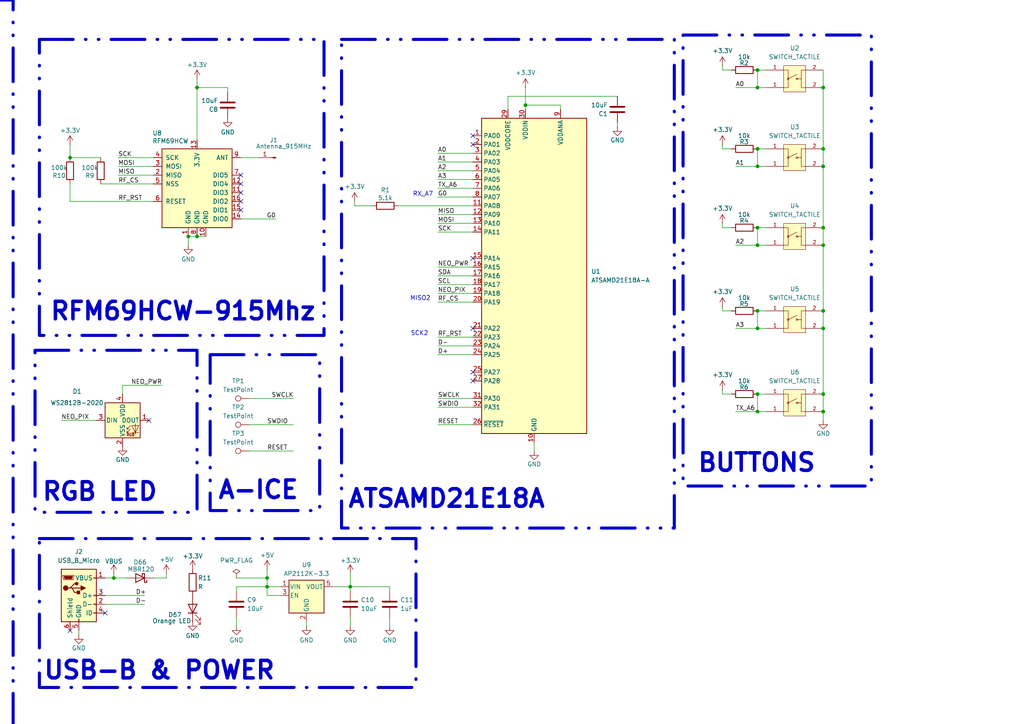
<source format=kicad_sch>
(kicad_sch (version 20231120) (generator "eeschema") (generator_version "8.0")
  (paper "A4")
  (junction (at -67.31 107.95))
  (junction (at -29.21 168.91))
  (junction (at -104.14 203.2))
  (junction (at -109.22 107.95))
  (junction (at -39.37 146.05))
  (junction (at -34.29 165.1))
  (junction (at -48.26 88.9))
  (junction (at -87.63 129.54))
  (junction (at -39.37 184.15))
  (junction (at -17.78 129.54))
  (junction (at 219.71 71.12))
  (junction (at -104.14 69.85))
  (junction (at -118.11 203.2))
  (junction (at -39.37 127))
  (junction (at -87.63 54.61))
  (junction (at -31.75 110.49))
  (junction (at -17.78 54.61))
  (junction (at -113.03 168.91))
  (junction (at -73.66 167.64))
  (junction (at -43.18 168.91))
  (junction (at -123.19 107.95))
  (junction (at 77.47 167.64))
  (junction (at -85.09 149.86))
  (junction (at -76.2 184.15))
  (junction (at -34.29 146.05))
  (junction (at 219.71 43.18))
  (junction (at 219.71 90.17))
  (junction (at -53.34 203.2))
  (junction (at -73.66 54.61))
  (junction (at 238.76 90.17))
  (junction (at -57.15 73.66))
  (junction (at -85.09 168.91))
  (junction (at -104.14 107.95))
  (junction (at -43.18 130.81))
  (junction (at -25.4 146.05))
  (junction (at -45.72 167.64))
  (junction (at -71.12 149.86))
  (junction (at -62.23 184.15))
  (junction (at -59.69 72.39))
  (junction (at -71.12 92.71))
  (junction (at -67.31 52.07))
  (junction (at -43.18 149.86))
  (junction (at -118.11 88.9))
  (junction (at -73.66 110.49))
  (junction (at -43.18 111.76))
  (junction (at -48.26 165.1))
  (junction (at -76.2 107.95))
  (junction (at -17.78 148.59))
  (junction (at -31.75 167.64))
  (junction (at -34.29 107.95))
  (junction (at -48.26 146.05))
  (junction (at -67.31 88.9))
  (junction (at 238.76 48.26))
  (junction (at -115.57 148.59))
  (junction (at -57.15 130.81))
  (junction (at -53.34 52.07))
  (junction (at -34.29 203.2))
  (junction (at -67.31 146.05))
  (junction (at -101.6 72.39))
  (junction (at -85.09 130.81))
  (junction (at -73.66 91.44))
  (junction (at 219.71 119.38))
  (junction (at -59.69 110.49))
  (junction (at -25.4 165.1))
  (junction (at -62.23 203.2))
  (junction (at -73.66 72.39))
  (junction (at -95.25 69.85))
  (junction (at -67.31 165.1))
  (junction (at -87.63 110.49))
  (junction (at -67.31 203.2))
  (junction (at -109.22 146.05))
  (junction (at -25.4 203.2))
  (junction (at -109.22 69.85))
  (junction (at 219.71 114.3))
  (junction (at -67.31 127))
  (junction (at 219.71 20.32))
  (junction (at -123.19 184.15))
  (junction (at -99.06 111.76))
  (junction (at -57.15 111.76))
  (junction (at -85.09 111.76))
  (junction (at 219.71 25.4))
  (junction (at -25.4 69.85))
  (junction (at -90.17 127))
  (junction (at -123.19 88.9))
  (junction (at -31.75 54.61))
  (junction (at -17.78 91.44))
  (junction (at -62.23 107.95))
  (junction (at -99.06 92.71))
  (junction (at -104.14 165.1))
  (junction (at -118.11 146.05))
  (junction (at -59.69 129.54))
  (junction (at 77.47 170.18))
  (junction (at -113.03 73.66))
  (junction (at -104.14 127))
  (junction (at -123.19 69.85))
  (junction (at -118.11 69.85))
  (junction (at -45.72 91.44))
  (junction (at -53.34 69.85))
  (junction (at -104.14 88.9))
  (junction (at -113.03 149.86))
  (junction (at -109.22 88.9))
  (junction (at -113.03 111.76))
  (junction (at -81.28 184.15))
  (junction (at -25.4 107.95))
  (junction (at -34.29 88.9))
  (junction (at -71.12 73.66))
  (junction (at -53.34 88.9))
  (junction (at -87.63 148.59))
  (junction (at -115.57 129.54))
  (junction (at -81.28 165.1))
  (junction (at -25.4 88.9))
  (junction (at -233.68 86.36))
  (junction (at -57.15 92.71))
  (junction (at 238.76 95.25))
  (junction (at -76.2 165.1))
  (junction (at -25.4 52.07))
  (junction (at -34.29 127))
  (junction (at -115.57 54.61))
  (junction (at -15.24 168.91))
  (junction (at -90.17 107.95))
  (junction (at -81.28 107.95))
  (junction (at -101.6 167.64))
  (junction (at -71.12 111.76))
  (junction (at 238.76 119.38))
  (junction (at -17.78 110.49))
  (junction (at -34.29 184.15))
  (junction (at -71.12 130.81))
  (junction (at -45.72 148.59))
  (junction (at -101.6 54.61))
  (junction (at -17.78 72.39))
  (junction (at -57.15 149.86))
  (junction (at -48.26 203.2))
  (junction (at -101.6 148.59))
  (junction (at -113.03 130.81))
  (junction (at -67.31 69.85))
  (junction (at -123.19 203.2))
  (junction (at -29.21 73.66))
  (junction (at -31.75 129.54))
  (junction (at -62.23 146.05))
  (junction (at -29.21 149.86))
  (junction (at -87.63 72.39))
  (junction (at -76.2 88.9))
  (junction (at -123.19 127))
  (junction (at 219.71 95.25))
  (junction (at -101.6 91.44))
  (junction (at -123.19 146.05))
  (junction (at -29.21 111.76))
  (junction (at -48.26 107.95))
  (junction (at -90.17 184.15))
  (junction (at -67.31 184.15))
  (junction (at -76.2 203.2))
  (junction (at -95.25 52.07))
  (junction (at -43.18 92.71))
  (junction (at 238.76 25.4))
  (junction (at -39.37 69.85))
  (junction (at -45.72 54.61))
  (junction (at -48.26 69.85))
  (junction (at -81.28 203.2))
  (junction (at -57.15 168.91))
  (junction (at -81.28 127))
  (junction (at -95.25 88.9))
  (junction (at -81.28 52.07))
  (junction (at -99.06 130.81))
  (junction (at 219.71 66.04))
  (junction (at -39.37 88.9))
  (junction (at -39.37 203.2))
  (junction (at -31.75 91.44))
  (junction (at -85.09 92.71))
  (junction (at -15.24 73.66))
  (junction (at -113.03 92.71))
  (junction (at -43.18 73.66))
  (junction (at -45.72 72.39))
  (junction (at 238.76 71.12))
  (junction (at -101.6 110.49))
  (junction (at 57.15 68.58))
  (junction (at -87.63 91.44))
  (junction (at -118.11 107.95))
  (junction (at -39.37 52.07))
  (junction (at -85.09 73.66))
  (junction (at -45.72 110.49))
  (junction (at -109.22 127))
  (junction (at -39.37 165.1))
  (junction (at -81.28 146.05))
  (junction (at -53.34 127))
  (junction (at -29.21 130.81))
  (junction (at -109.22 203.2))
  (junction (at -34.29 69.85))
  (junction (at -95.25 127))
  (junction (at -76.2 69.85))
  (junction (at -25.4 184.15))
  (junction (at -115.57 110.49))
  (junction (at -29.21 92.71))
  (junction (at -53.34 146.05))
  (junction (at 57.15 25.4))
  (junction (at -95.25 107.95))
  (junction (at -15.24 130.81))
  (junction (at -73.66 148.59))
  (junction (at -59.69 167.64))
  (junction (at -62.23 88.9))
  (junction (at -62.23 165.1))
  (junction (at 152.4 30.48))
  (junction (at 238.76 114.3))
  (junction (at -25.4 127))
  (junction (at -118.11 127))
  (junction (at -15.24 111.76))
  (junction (at -48.26 127))
  (junction (at -39.37 107.95))
  (junction (at 219.71 48.26))
  (junction (at -90.17 146.05))
  (junction (at -118.11 184.15))
  (junction (at -90.17 165.1))
  (junction (at -87.63 167.64))
  (junction (at -71.12 168.91))
  (junction (at -17.78 167.64))
  (junction (at 238.76 43.18))
  (junction (at 101.6 170.18))
  (junction (at -115.57 91.44))
  (junction (at -118.11 165.1))
  (junction (at -90.17 203.2))
  (junction (at -90.17 69.85))
  (junction (at -95.25 146.05))
  (junction (at -53.34 107.95))
  (junction (at -62.23 69.85))
  (junction (at -59.69 91.44))
  (junction (at -95.25 203.2))
  (junction (at -15.24 92.71))
  (junction (at -48.26 184.15))
  (junction (at -95.25 184.15))
  (junction (at 20.32 45.72))
  (junction (at -99.06 149.86))
  (junction (at -81.28 88.9))
  (junction (at -59.69 148.59))
  (junction (at -123.19 52.07))
  (junction (at -53.34 165.1))
  (junction (at -104.14 184.15))
  (junction (at -109.22 165.1))
  (junction (at -115.57 72.39))
  (junction (at 54.61 68.58))
  (junction (at -109.22 184.15))
  (junction (at -90.17 88.9))
  (junction (at -226.06 86.36))
  (junction (at 238.76 66.04))
  (junction (at 33.02 167.64))
  (junction (at -95.25 165.1))
  (junction (at -76.2 146.05))
  (junction (at -76.2 127))
  (junction (at -59.69 54.61))
  (junction (at -101.6 129.54))
  (junction (at -45.72 129.54))
  (junction (at -73.66 129.54))
  (junction (at -81.28 69.85))
  (junction (at -62.23 127))
  (junction (at -15.24 149.86))
  (junction (at -109.22 52.07))
  (junction (at -31.75 72.39))
  (junction (at -31.75 148.59))
  (junction (at -99.06 73.66))
  (junction (at -53.34 184.15))
  (junction (at -123.19 165.1))
  (junction (at -99.06 168.91))
  (junction (at -115.57 167.64))
  (junction (at -104.14 146.05))
  (no_connect (at 30.48 177.8))
  (no_connect (at 137.16 110.49))
  (no_connect (at 69.85 53.34))
  (no_connect (at 69.85 58.42))
  (no_connect (at 69.85 50.8))
  (no_connect (at 20.32 182.88))
  (no_connect (at 69.85 60.96))
  (no_connect (at 137.16 41.91))
  (no_connect (at 137.16 74.93))
  (no_connect (at 43.18 121.92))
  (no_connect (at 137.16 95.25))
  (no_connect (at 137.16 107.95))
  (no_connect (at 137.16 39.37))
  (no_connect (at 69.85 55.88))
  (wire (pts (xy -177.8 106.68) (xy -177.8 21.59)))
  (wire (pts (xy -81.28 167.64) (xy -73.66 167.64)))
  (wire (pts (xy -45.72 91.44) (xy -45.72 72.39)))
  (wire (pts (xy -53.34 52.07) (xy -46.99 52.07)))
  (wire (pts (xy -118.11 88.9) (xy -109.22 88.9)))
  (wire (pts (xy -123.19 186.69) (xy -115.57 186.69)))
  (wire (pts (xy 219.71 95.25) (xy 222.25 95.25)))
  (wire (pts (xy -45.72 110.49) (xy -45.72 91.44)))
  (wire (pts (xy -17.78 8.89) (xy -190.5 8.89)))
  (wire (pts (xy -48.26 73.66) (xy -43.18 73.66)))
  (wire (pts (xy -45.72 167.64) (xy -45.72 148.59)))
  (wire (pts (xy 152.4 25.4) (xy 152.4 30.48)))
  (wire (pts (xy 115.57 59.69) (xy 137.16 59.69)))
  (wire (pts (xy -245.11 86.36) (xy -245.11 90.17)))
  (wire (pts (xy -165.1 34.29) (xy -53.34 34.29)))
  (wire (pts (xy -39.37 186.69) (xy -31.75 186.69)))
  (wire (pts (xy -95.25 92.71) (xy -95.25 91.44)))
  (wire (pts (xy -104.14 69.85) (xy -95.25 69.85)))
  (wire (pts (xy -76.2 88.9) (xy -67.31 88.9)))
  (wire (pts (xy -81.28 92.71) (xy -81.28 91.44)))
  (wire (pts (xy -29.21 168.91) (xy -29.21 149.86)))
  (wire (pts (xy 30.48 172.72) (xy 41.91 172.72)))
  (wire (pts (xy -88.9 52.07) (xy -88.9 57.15)))
  (wire (pts (xy -95.25 52.07) (xy -88.9 52.07)))
  (wire (pts (xy 154.94 128.27) (xy 154.94 130.81)))
  (wire (pts (xy 209.55 113.03) (xy 209.55 114.3)))
  (wire (pts (xy 162.56 30.48) (xy 162.56 31.75)))
  (wire (pts (xy -45.72 57.15) (xy -45.72 72.39)))
  (wire (pts (xy -109.22 52.07) (xy -109.22 54.61)))
  (wire (pts (xy -39.37 187.96) (xy -39.37 186.69)))
  (wire (pts (xy -81.28 91.44) (xy -73.66 91.44)))
  (wire (pts (xy -109.22 127) (xy -104.14 127)))
  (wire (pts (xy -67.31 107.95) (xy -62.23 107.95)))
  (wire (pts (xy -46.99 57.15) (xy -45.72 57.15)))
  (wire (pts (xy -76.2 111.76) (xy -71.12 111.76)))
  (wire (pts (xy -15.24 149.86) (xy -15.24 130.81)))
  (wire (pts (xy -113.03 149.86) (xy -113.03 130.81)))
  (wire (pts (xy -25.4 187.96) (xy -25.4 186.69)))
  (wire (pts (xy -67.31 186.69) (xy -59.69 186.69)))
  (wire (pts (xy -53.34 34.29) (xy -53.34 52.07)))
  (wire (pts (xy -43.18 92.71) (xy -43.18 73.66)))
  (wire (pts (xy -31.75 54.61) (xy -34.29 54.61)))
  (wire (pts (xy 20.32 45.72) (xy 29.21 45.72)))
  (wire (pts (xy -196.85 124.46) (xy -149.86 124.46)))
  (wire (pts (xy -104.14 165.1) (xy -95.25 165.1)))
  (wire (pts (xy -48.26 184.15) (xy -39.37 184.15)))
  (wire (pts (xy 35.56 111.76) (xy 46.99 111.76)))
  (wire (pts (xy -157.48 86.36) (xy -157.48 41.91)))
  (wire (pts (xy 113.03 171.45) (xy 113.03 170.18)))
  (wire (pts (xy 219.71 71.12) (xy 222.25 71.12)))
  (wire (pts (xy -123.19 149.86) (xy -123.19 148.59)))
  (wire (pts (xy 54.61 68.58) (xy 57.15 68.58)))
  (wire (pts (xy -31.75 148.59) (xy -31.75 129.54)))
  (wire (pts (xy 219.71 20.32) (xy 219.71 25.4)))
  (wire (pts (xy -81.28 110.49) (xy -73.66 110.49)))
  (wire (pts (xy 209.55 66.04) (xy 212.09 66.04)))
  (wire (pts (xy -57.15 149.86) (xy -57.15 130.81)))
  (wire (pts (xy 238.76 43.18) (xy 238.76 48.26)))
  (wire (pts (xy 127 49.53) (xy 137.16 49.53)))
  (wire (pts (xy -34.29 127) (xy -25.4 127)))
  (wire (pts (xy -17.78 148.59) (xy -17.78 129.54)))
  (wire (pts (xy -95.25 184.15) (xy -90.17 184.15)))
  (wire (pts (xy -39.37 165.1) (xy -34.29 165.1)))
  (wire (pts (xy -57.15 187.96) (xy -57.15 168.91)))
  (wire (pts (xy -142.24 165.1) (xy -123.19 165.1)))
  (wire (pts (xy -45.72 129.54) (xy -45.72 110.49)))
  (wire (pts (xy 68.58 170.18) (xy 77.47 170.18)))
  (wire (pts (xy -53.34 111.76) (xy -53.34 110.49)))
  (wire (pts (xy -87.63 148.59) (xy -87.63 129.54)))
  (wire (pts (xy -25.4 88.9) (xy -20.32 88.9)))
  (wire (pts (xy 238.76 95.25) (xy 238.76 114.3)))
  (wire (pts (xy -59.69 110.49) (xy -59.69 91.44)))
  (wire (pts (xy -90.17 111.76) (xy -85.09 111.76)))
  (wire (pts (xy -146.05 88.9) (xy -123.19 88.9)))
  (wire (pts (xy -73.66 129.54) (xy -73.66 110.49)))
  (wire (pts (xy -53.34 149.86) (xy -53.34 148.59)))
  (wire (pts (xy -109.22 107.95) (xy -104.14 107.95)))
  (wire (pts (xy -45.72 13.97) (xy -185.42 13.97)))
  (wire (pts (xy -53.34 168.91) (xy -53.34 167.64)))
  (wire (pts (xy -99.06 187.96) (xy -99.06 168.91)))
  (wire (pts (xy -123.19 52.07) (xy -123.19 54.61)))
  (wire (pts (xy -81.28 69.85) (xy -76.2 69.85)))
  (wire (pts (xy -113.03 187.96) (xy -113.03 168.91)))
  (wire (pts (xy -73.66 19.05) (xy -180.34 19.05)))
  (wire (pts (xy -115.57 167.64) (xy -115.57 148.59)))
  (wire (pts (xy -48.26 92.71) (xy -43.18 92.71)))
  (wire (pts (xy 179.07 35.56) (xy 179.07 36.83)))
  (wire (pts (xy -74.93 57.15) (xy -73.66 57.15)))
  (wire (pts (xy -142.24 137.16) (xy -142.24 165.1)))
  (wire (pts (xy 127 82.55) (xy 137.16 82.55)))
  (wire (pts (xy -59.69 54.61) (xy -62.23 54.61)))
  (wire (pts (xy -154.94 83.82) (xy -196.85 83.82)))
  (wire (pts (xy -59.69 16.51) (xy -182.88 16.51)))
  (wire (pts (xy 213.36 119.38) (xy 219.71 119.38)))
  (wire (pts (xy -87.63 21.59) (xy -87.63 54.61)))
  (wire (pts (xy -34.29 187.96) (xy -29.21 187.96)))
  (wire (pts (xy -45.72 186.69) (xy -45.72 167.64)))
  (wire (pts (xy -123.19 91.44) (xy -115.57 91.44)))
  (wire (pts (xy -39.37 88.9) (xy -34.29 88.9)))
  (wire (pts (xy -222.25 137.16) (xy -219.71 137.16)))
  (wire (pts (xy -157.48 41.91) (xy -95.25 41.91)))
  (wire (pts (xy -109.22 165.1) (xy -104.14 165.1)))
  (wire (pts (xy -17.78 54.61) (xy -20.32 54.61)))
  (wire (pts (xy -20.32 168.91) (xy -15.24 168.91)))
  (wire (pts (xy -85.09 54.61) (xy -87.63 54.61)))
  (wire (pts (xy -109.22 110.49) (xy -101.6 110.49)))
  (wire (pts (xy -76.2 165.1) (xy -67.31 165.1)))
  (wire (pts (xy -31.75 167.64) (xy -31.75 148.59)))
  (wire (pts (xy -29.21 111.76) (xy -29.21 92.71)))
  (wire (pts (xy -123.19 127) (xy -118.11 127)))
  (wire (pts (xy 22.86 182.88) (xy 22.86 184.15)))
  (wire (pts (xy -76.2 127) (xy -67.31 127)))
  (wire (pts (xy -95.25 91.44) (xy -87.63 91.44)))
  (wire (pts (xy -196.85 88.9) (xy -160.02 88.9)))
  (wire (pts (xy 30.48 167.64) (xy 33.02 167.64)))
  (wire (pts (xy -109.22 91.44) (xy -101.6 91.44)))
  (wire (pts (xy -81.28 187.96) (xy -81.28 186.69)))
  (wire (pts (xy -81.28 111.76) (xy -81.28 110.49)))
  (wire (pts (xy -109.22 129.54) (xy -101.6 129.54)))
  (wire (pts (xy -109.22 148.59) (xy -101.6 148.59)))
  (wire (pts (xy -95.25 107.95) (xy -90.17 107.95)))
  (wire (pts (xy -81.28 149.86) (xy -81.28 148.59)))
  (wire (pts (xy -76.2 146.05) (xy -67.31 146.05)))
  (wire (pts (xy 69.85 63.5) (xy 80.01 63.5)))
  (wire (pts (xy -81.28 52.07) (xy -74.93 52.07)))
  (wire (pts (xy -109.22 203.2) (xy -104.14 203.2)))
  (wire (pts (xy 34.29 50.8) (xy 44.45 50.8)))
  (wire (pts (xy -25.4 130.81) (xy -25.4 129.54)))
  (wire (pts (xy -39.37 148.59) (xy -31.75 148.59)))
  (wire (pts (xy -20.32 92.71) (xy -15.24 92.71)))
  (wire (pts (xy -15.24 168.91) (xy -15.24 149.86)))
  (wire (pts (xy -31.75 11.43) (xy -187.96 11.43)))
  (wire (pts (xy -34.29 92.71) (xy -29.21 92.71)))
  (wire (pts (xy -118.11 130.81) (xy -113.03 130.81)))
  (wire (pts (xy -146.05 127) (xy -146.05 88.9)))
  (wire (pts (xy -196.85 96.52) (xy -167.64 96.52)))
  (wire (pts (xy -71.12 130.81) (xy -71.12 111.76)))
  (wire (pts (xy 238.76 20.32) (xy 238.76 25.4)))
  (wire (pts (xy -90.17 203.2) (xy -81.28 203.2)))
  (wire (pts (xy 238.76 71.12) (xy 238.76 90.17)))
  (wire (pts (xy 127 52.07) (xy 137.16 52.07)))
  (wire (pts (xy -104.14 146.05) (xy -95.25 146.05)))
  (wire (pts (xy -53.34 148.59) (xy -45.72 148.59)))
  (wire (pts (xy 57.15 68.58) (xy 59.69 68.58)))
  (wire (pts (xy -113.03 92.71) (xy -113.03 73.66)))
  (wire (pts (xy 147.32 27.94) (xy 179.07 27.94)))
  (wire (pts (xy 101.6 166.37) (xy 101.6 170.18)))
  (wire (pts (xy -109.22 73.66) (xy -109.22 72.39)))
  (wire (pts (xy -59.69 16.51) (xy -59.69 54.61)))
  (wire (pts (xy -109.22 167.64) (xy -101.6 167.64)))
  (wire (pts (xy -123.19 146.05) (xy -118.11 146.05)))
  (wire (pts (xy -116.84 52.07) (xy -116.84 57.15)))
  (wire (pts (xy -81.28 52.07) (xy -81.28 54.61)))
  (wire (pts (xy -104.14 92.71) (xy -99.06 92.71)))
  (wire (pts (xy 209.55 88.9) (xy 209.55 90.17)))
  (wire (pts (xy -245.11 86.36) (xy -233.68 86.36)))
  (wire (pts (xy 127 123.19) (xy 137.16 123.19)))
  (wire (pts (xy -39.37 92.71) (xy -39.37 91.44)))
  (wire (pts (xy 127 57.15) (xy 137.16 57.15)))
  (wire (pts (xy -187.96 11.43) (xy -187.96 116.84)))
  (wire (pts (xy -67.31 129.54) (xy -59.69 129.54)))
  (wire (pts (xy -53.34 184.15) (xy -48.26 184.15)))
  (wire (pts (xy -95.25 111.76) (xy -95.25 110.49)))
  (wire (pts (xy -71.12 73.66) (xy -71.12 54.61)))
  (wire (pts (xy -90.17 69.85) (xy -81.28 69.85)))
  (wire (pts (xy -25.4 184.15) (xy -20.32 184.15)))
  (wire (pts (xy -53.34 107.95) (xy -48.26 107.95)))
  (wire (pts (xy 209.55 64.77) (xy 209.55 66.04)))
  (wire (pts (xy -109.22 88.9) (xy -104.14 88.9)))
  (wire (pts (xy -25.4 203.2) (xy -20.32 203.2)))
  (wire (pts (xy 152.4 30.48) (xy 152.4 31.75)))
  (wire (pts (xy -116.84 57.15) (xy -115.57 57.15)))
  (wire (pts (xy -182.88 16.51) (xy -182.88 111.76)))
  (wire (pts (xy -118.11 168.91) (xy -113.03 168.91)))
  (wire (pts (xy 57.15 25.4) (xy 57.15 40.64)))
  (wire (pts (xy -25.4 149.86) (xy -25.4 148.59)))
  (wire (pts (xy -162.56 91.44) (xy -162.56 36.83)))
  (wire (pts (xy 219.71 90.17) (xy 219.71 95.25)))
  (wire (pts (xy -196.85 134.62) (xy -139.7 134.62)))
  (wire (pts (xy -196.85 81.28) (xy -152.4 81.28)))
  (wire (pts (xy -123.19 107.95) (xy -118.11 107.95)))
  (wire (pts (xy -172.72 101.6) (xy -172.72 26.67)))
  (wire (pts (xy -104.14 168.91) (xy -99.06 168.91)))
  (wire (pts (xy -53.34 203.2) (xy -48.26 203.2)))
  (wire (pts (xy -39.37 73.66) (xy -39.37 72.39)))
  (wire (pts (xy -118.11 149.86) (xy -113.03 149.86)))
  (wire (pts (xy -59.69 129.54) (xy -59.69 110.49)))
  (wire (pts (xy -118.11 184.15) (xy -109.22 184.15)))
  (wire (pts (xy -39.37 149.86) (xy -39.37 148.59)))
  (wire (pts (xy -34.29 168.91) (xy -29.21 168.91)))
  (wire (pts (xy -101.6 110.49) (xy -101.6 91.44)))
  (wire (pts (xy -115.57 54.61) (xy -118.11 54.61)))
  (wire (pts (xy -123.19 111.76) (xy -123.19 110.49)))
  (wire (pts (xy -109.22 44.45) (xy -109.22 52.07)))
  (wire (pts (xy -90.17 146.05) (xy -81.28 146.05)))
  (wire (pts (xy -196.85 106.68) (xy -177.8 106.68)))
  (wire (pts (xy -115.57 186.69) (xy -115.57 167.64)))
  (wire (pts (xy -67.31 88.9) (xy -62.23 88.9)))
  (wire (pts (xy 68.58 167.64) (xy 77.47 167.64)))
  (wire (pts (xy 48.26 166.37) (xy 48.26 167.64)))
  (wire (pts (xy -104.14 107.95) (xy -95.25 107.95)))
  (wire (pts (xy -34.29 130.81) (xy -29.21 130.81)))
  (wire (pts (xy -20.32 149.86) (xy -15.24 149.86)))
  (wire (pts (xy -123.19 165.1) (xy -118.11 165.1)))
  (wire (pts (xy -95.25 168.91) (xy -95.25 167.64)))
  (wire (pts (xy -162.56 36.83) (xy -67.31 36.83)))
  (wire (pts (xy 127 64.77) (xy 137.16 64.77)))
  (wire (pts (xy 127 80.01) (xy 137.16 80.01)))
  (wire (pts (xy 88.9 180.34) (xy 88.9 181.61)))
  (wire (pts (xy 219.71 114.3) (xy 222.25 114.3)))
  (wire (pts (xy -15.24 54.61) (xy -17.78 54.61)))
  (wire (pts (xy -104.14 187.96) (xy -99.06 187.96)))
  (wire (pts (xy -81.28 127) (xy -76.2 127)))
  (wire (pts (xy -85.09 187.96) (xy -85.09 168.91)))
  (wire (pts (xy -39.37 91.44) (xy -31.75 91.44)))
  (wire (pts (xy -43.18 111.76) (xy -43.18 92.71)))
  (wire (pts (xy -196.85 132.08) (xy -139.7 132.08)))
  (wire (pts (xy -123.19 69.85) (xy -118.11 69.85)))
  (wire (pts (xy -113.03 111.76) (xy -113.03 92.71)))
  (wire (pts (xy -118.11 107.95) (xy -109.22 107.95)))
  (wire (pts (xy -62.23 88.9) (xy -53.34 88.9)))
  (wire (pts (xy -87.63 129.54) (xy -87.63 110.49)))
  (wire (pts (xy -53.34 69.85) (xy -48.26 69.85)))
  (wire (pts (xy 127 62.23) (xy 137.16 62.23)))
  (wire (pts (xy -139.7 127) (xy -123.19 127)))
  (wire (pts (xy 127 54.61) (xy 137.16 54.61)))
  (wire (pts (xy -177.8 21.59) (xy -87.63 21.59)))
  (wire (pts (xy -62.23 203.2) (xy -53.34 203.2)))
  (wire (pts (xy -76.2 203.2) (xy -67.31 203.2)))
  (wire (pts (xy -53.34 165.1) (xy -48.26 165.1)))
  (wire (pts (xy 127 115.57) (xy 137.16 115.57)))
  (wire (pts (xy -233.68 86.36) (xy -233.68 83.82)))
  (wire (pts (xy -53.34 91.44) (xy -45.72 91.44)))
  (wire (pts (xy -196.85 93.98) (xy -165.1 93.98)))
  (wire (pts (xy 127 97.79) (xy 137.16 97.79)))
  (wire (pts (xy -165.1 93.98) (xy -165.1 34.29)))
  (wire (pts (xy -43.18 54.61) (xy -45.72 54.61)))
  (wire (pts (xy 147.32 31.75) (xy 147.32 27.94)))
  (wire (pts (xy -113.03 168.91) (xy -113.03 149.86)))
  (wire (pts (xy -85.09 73.66) (xy -85.09 54.61)))
  (wire (pts (xy -73.66 57.15) (xy -73.66 72.39)))
  (wire (pts (xy -67.31 148.59) (xy -59.69 148.59)))
  (wire (pts (xy -182.88 111.76) (xy -196.85 111.76)))
  (wire (pts (xy -109.22 72.39) (xy -101.6 72.39)))
  (wire (pts (xy -31.75 110.49) (xy -31.75 91.44)))
  (wire (pts (xy -25.4 107.95) (xy -20.32 107.95)))
  (wire (pts (xy -71.12 92.71) (xy -71.12 73.66)))
  (wire (pts (xy -102.87 52.07) (xy -102.87 57.15)))
  (wire (pts (xy -31.75 186.69) (xy -31.75 167.64)))
  (wire (pts (xy -196.85 139.7) (xy -146.05 139.7)))
  (wire (pts (xy -99.06 168.91) (xy -99.06 149.86)))
  (wire (pts (xy -48.26 130.81) (xy -43.18 130.81)))
  (wire (pts (xy -123.19 203.2) (xy -118.11 203.2)))
  (wire (pts (xy -25.4 73.66) (xy -25.4 72.39)))
  (wire (pts (xy -29.21 149.86) (xy -29.21 130.81)))
  (wire (pts (xy 209.55 41.91) (xy 209.55 43.18)))
  (wire (pts (xy -90.17 187.96) (xy -85.09 187.96)))
  (wire (pts (xy -39.37 167.64) (xy -31.75 167.64)))
  (wire (pts (xy -123.19 46.99) (xy -123.19 52.07)))
  (wire (pts (xy -48.26 146.05) (xy -39.37 146.05)))
  (wire (pts (xy -104.14 111.76) (xy -99.06 111.76)))
  (wire (pts (xy -123.19 187.96) (xy -123.19 186.69)))
  (wire (pts (xy -113.03 130.81) (xy -113.03 111.76)))
  (wire (pts (xy -81.28 107.95) (xy -76.2 107.95)))
  (wire (pts (xy -109.22 69.85) (xy -104.14 69.85)))
  (wire (pts (xy -62.23 111.76) (xy -57.15 111.76)))
  (wire (pts (xy -73.66 148.59) (xy -73.66 129.54)))
  (wire (pts (xy -87.63 91.44) (xy -87.63 72.39)))
  (wire (pts (xy -109.22 186.69) (xy -101.6 186.69)))
  (wire (pts (xy -48.26 165.1) (xy -39.37 165.1)))
  (wire (pts (xy -67.31 91.44) (xy -59.69 91.44)))
  (wire (pts (xy -67.31 111.76) (xy -67.31 110.49)))
  (wire (pts (xy -109.22 130.81) (xy -109.22 129.54)))
  (wire (pts (xy -48.26 111.76) (xy -43.18 111.76)))
  (wire (pts (xy -170.18 99.06) (xy -170.18 29.21)))
  (wire (pts (xy -95.25 127) (xy -90.17 127)))
  (wire (pts (xy -81.28 39.37) (xy -81.28 52.07)))
  (wire (pts (xy -29.21 54.61) (xy -31.75 54.61)))
  (wire (pts (xy -39.37 146.05) (xy -34.29 146.05)))
  (wire (pts (xy -149.86 124.46) (xy -149.86 69.85)))
  (wire (pts (xy -160.02 88.9) (xy -160.02 39.37)))
  (wire (pts (xy 238.76 90.17) (xy 238.76 95.25)))
  (wire (pts (xy -101.6 54.61) (xy -99.06 54.61)))
  (wire (pts (xy -43.18 168.91) (xy -43.18 149.86)))
  (wire (pts (xy -109.22 111.76) (xy -109.22 110.49)))
  (wire (pts (xy -109.22 184.15) (xy -104.14 184.15)))
  (wire (pts (xy -17.78 91.44) (xy -17.78 72.39)))
  (wire (pts (xy -53.34 129.54) (xy -45.72 129.54)))
  (wire (pts (xy -31.75 129.54) (xy -31.75 110.49)))
  (wire (pts (xy 29.21 53.34) (xy 44.45 53.34)))
  (wire (pts (xy 127 100.33) (xy 137.16 100.33)))
  (wire (pts (xy -219.71 106.68) (xy -233.68 106.68)))
  (wire (pts (xy -90.17 127) (xy -81.28 127)))
  (wire (pts (xy -90.17 149.86) (xy -85.09 149.86)))
  (wire (pts (xy -101.6 129.54) (xy -101.6 110.49)))
  (wire (pts (xy -101.6 91.44) (xy -101.6 72.39)))
  (wire (pts (xy 113.03 181.61) (xy 113.03 179.07)))
  (wire (pts (xy -67.31 92.71) (xy -67.31 91.44)))
  (wire (pts (xy -81.28 168.91) (xy -81.28 167.64)))
  (wire (pts (xy -62.23 146.05) (xy -53.34 146.05)))
  (wire (pts (xy -67.31 69.85) (xy -62.23 69.85)))
  (wire (pts (xy -34.29 165.1) (xy -25.4 165.1)))
  (wire (pts (xy -25.4 52.07) (xy -25.4 54.61)))
  (wire (pts (xy -17.78 8.89) (xy -17.78 54.61)))
  (wire (pts (xy -67.31 146.05) (xy -62.23 146.05)))
  (wire (pts (xy -25.4 129.54) (xy -17.78 129.54)))
  (wire (pts (xy -57.15 73.66) (xy -57.15 54.61)))
  (wire (pts (xy -149.86 203.2) (xy -123.19 203.2)))
  (wire (pts (xy -25.4 29.21) (xy -25.4 52.07)))
  (wire (pts (xy -102.87 57.15) (xy -101.6 57.15)))
  (wire (pts (xy -95.25 73.66) (xy -95.25 72.39)))
  (wire (pts (xy -95.25 186.69) (xy -87.63 186.69)))
  (wire (pts (xy 81.28 172.72) (xy 77.47 172.72)))
  (wire (pts (xy -118.11 69.85) (xy -109.22 69.85)))
  (wire (pts (xy -17.78 129.54) (xy -17.78 110.49)))
  (wire (pts (xy -48.26 168.91) (xy -43.18 168.91)))
  (wire (pts (xy -57.15 168.91) (xy -57.15 149.86)))
  (wire (pts (xy -154.94 44.45) (xy -154.94 83.82)))
  (wire (pts (xy -118.11 165.1) (xy -109.22 165.1)))
  (wire (pts (xy -62.23 73.66) (xy -57.15 73.66)))
  (wire (pts (xy 127 77.47) (xy 137.16 77.47)))
  (wire (pts (xy -118.11 146.05) (xy -109.22 146.05)))
  (wire (pts (xy -53.34 72.39) (xy -45.72 72.39)))
  (wire (pts (xy -48.26 203.2) (xy -39.37 203.2)))
  (wire (pts (xy -90.17 184.15) (xy -81.28 184.15)))
  (wire (pts (xy -15.24 92.71) (xy -15.24 73.66)))
  (wire (pts (xy -185.42 114.3) (xy -196.85 114.3)))
  (wire (pts (xy -62.23 168.91) (xy -57.15 168.91)))
  (wire (pts (xy -90.17 165.1) (xy -81.28 165.1)))
  (wire (pts (xy -34.29 88.9) (xy -25.4 88.9)))
  (wire (pts (xy -43.18 73.66) (xy -43.18 54.61)))
  (wire (pts (xy -62.23 149.86) (xy -57.15 149.86)))
  (wire (pts (xy -15.24 130.81) (xy -15.24 111.76)))
  (wire (pts (xy -104.14 73.66) (xy -99.06 73.66)))
  (wire (pts (xy -87.63 54.61) (xy -90.17 54.61)))
  (wire (pts (xy 127 44.45) (xy 137.16 44.45)))
  (wire (pts (xy -62.23 69.85) (xy -53.34 69.85)))
  (wire (pts (xy -95.25 41.91) (xy -95.25 52.07)))
  (wire (pts (xy -87.63 57.15) (xy -87.63 72.39)))
  (wire (pts (xy -88.9 57.15) (xy -87.63 57.15)))
  (wire (pts (xy -81.28 186.69) (xy -73.66 186.69)))
  (wire (pts (xy -34.29 69.85) (xy -25.4 69.85)))
  (wire (pts (xy -81.28 146.05) (xy -76.2 146.05)))
  (wire (pts (xy -115.57 129.54) (xy -115.57 110.49)))
  (wire (pts (xy 101.6 170.18) (xy 101.6 171.45)))
  (wire (pts (xy -87.63 186.69) (xy -87.63 167.64)))
  (wire (pts (xy -76.2 73.66) (xy -71.12 73.66)))
  (wire (pts (xy -39.37 129.54) (xy -31.75 129.54)))
  (wire (pts (xy -60.96 52.07) (xy -60.96 57.15)))
  (wire (pts (xy -43.18 187.96) (xy -43.18 168.91)))
  (wire (pts (xy -53.34 88.9) (xy -48.26 88.9)))
  (wire (pts (xy -39.37 69.85) (xy -34.29 69.85)))
  (wire (pts (xy -118.11 127) (xy -109.22 127)))
  (wire (pts (xy -67.31 127) (xy -62.23 127)))
  (wire (pts (xy -17.78 186.69) (xy -17.78 167.64)))
  (wire (pts (xy -123.19 110.49) (xy -115.57 110.49)))
  (wire (pts (xy -53.34 92.71) (xy -53.34 91.44)))
  (wire (pts (xy -226.06 104.14) (xy -226.06 99.06)))
  (wire (pts (xy -25.4 168.91) (xy -25.4 167.64)))
  (wire (pts (xy 219.71 114.3) (xy 219.71 119.38)))
  (wire (pts (xy -81.28 148.59) (xy -73.66 148.59)))
  (wire (pts (xy -187.96 116.84) (xy -196.85 116.84)))
  (wire (pts (xy -45.72 148.59) (xy -45.72 129.54)))
  (wire (pts (xy 213.36 71.12) (xy 219.71 71.12)))
  (wire (pts (xy -67.31 73.66) (xy -67.31 72.39)))
  (wire (pts (xy -76.2 187.96) (xy -71.12 187.96)))
  (wire (pts (xy -25.4 146.05) (xy -20.32 146.05)))
  (wire (pts (xy -67.31 203.2) (xy -62.23 203.2)))
  (wire (pts (xy -104.14 130.81) (xy -99.06 130.81)))
  (wire (pts (xy -45.72 13.97) (xy -45.72 54.61)))
  (wire (pts (xy -95.25 129.54) (xy -87.63 129.54)))
  (wire (pts (xy 102.87 59.69) (xy 107.95 59.69)))
  (wire (pts (xy 219.71 25.4) (xy 222.25 25.4)))
  (wire (pts (xy -95.25 203.2) (xy -90.17 203.2)))
  (wire (pts (xy -81.28 72.39) (xy -73.66 72.39)))
  (wire (pts (xy -59.69 167.64) (xy -59.69 148.59)))
  (wire (pts (xy 33.02 166.37) (xy 33.02 167.64)))
  (wire (pts (xy -73.66 19.05) (xy -73.66 54.61)))
  (wire (pts (xy -226.06 86.36) (xy -226.06 91.44)))
  (wire (pts (xy -118.11 187.96) (xy -113.03 187.96)))
  (wire (pts (xy -101.6 148.59) (xy -101.6 129.54)))
  (wire (pts (xy -99.06 111.76) (xy -99.06 92.71)))
  (wire (pts (xy -104.14 184.15) (xy -95.25 184.15)))
  (wire (pts (xy 152.4 30.48) (xy 162.56 30.48)))
  (wire (pts (xy -196.85 129.54) (xy -142.24 129.54)))
  (wire (pts (xy -25.4 69.85) (xy -20.32 69.85)))
  (wire (pts (xy 209.55 19.05) (xy 209.55 20.32)))
  (wire (pts (xy -95.25 69.85) (xy -90.17 69.85)))
  (wire (pts (xy -67.31 52.07) (xy -67.31 54.61)))
  (wire (pts (xy -90.17 168.91) (xy -85.09 168.91)))
  (wire (pts (xy -90.17 130.81) (xy -85.09 130.81)))
  (wire (pts (xy -81.28 129.54) (xy -73.66 129.54)))
  (wire (pts (xy -67.31 110.49) (xy -59.69 110.49)))
  (wire (pts (xy -74.93 52.07) (xy -74.93 57.15)))
  (wire (pts (xy -95.25 149.86) (xy -95.25 148.59)))
  (wire (pts (xy -139.7 132.08) (xy -139.7 127)))
  (wire (pts (xy -53.34 146.05) (xy -48.26 146.05)))
  (wire (pts (xy -99.06 92.71) (xy -99.06 73.66)))
  (wire (pts (xy 127 87.63) (xy 137.16 87.63)))
  (wire (pts (xy -25.4 52.07) (xy -19.05 52.07)))
  (wire (pts (xy -219.71 104.14) (xy -226.06 104.14)))
  (wire (pts (xy -31.75 91.44) (xy -31.75 72.39)))
  (wire (pts (xy -45.72 54.61) (xy -48.26 54.61)))
  (wire (pts (xy -76.2 107.95) (xy -67.31 107.95)))
  (wire (pts (xy -62.23 92.71) (xy -57.15 92.71)))
  (wire (pts (xy -95.25 148.59) (xy -87.63 148.59)))
  (wire (pts (xy -172.72 26.67) (xy -115.57 26.67)))
  (wire (pts (xy -233.68 86.36) (xy -233.68 91.44)))
  (wire (pts (xy -118.11 111.76) (xy -113.03 111.76)))
  (wire (pts (xy -59.69 148.59) (xy -59.69 129.54)))
  (wire (pts (xy -62.23 184.15) (xy -53.34 184.15)))
  (wire (pts (xy -81.28 203.2) (xy -76.2 203.2)))
  (wire (pts (xy -118.11 73.66) (xy -113.03 73.66)))
  (wire (pts (xy 209.55 90.17) (xy 212.09 90.17)))
  (wire (pts (xy 209.55 20.32) (xy 212.09 20.32)))
  (wire (pts (xy 17.78 121.92) (xy 27.94 121.92)))
  (wire (pts (xy -34.29 73.66) (xy -29.21 73.66)))
  (wire (pts (xy 77.47 165.1) (xy 77.47 167.64)))
  (wire (pts (xy -87.63 110.49) (xy -87.63 91.44)))
  (wire (pts (xy -71.12 149.86) (xy -71.12 130.81)))
  (wire (pts (xy -81.28 88.9) (xy -76.2 88.9)))
  (wire (pts (xy 238.76 25.4) (xy 238.76 43.18)))
  (wire (pts (xy -95.25 187.96) (xy -95.25 186.69)))
  (wire (pts (xy -226.06 86.36) (xy -233.68 86.36)))
  (wire (pts (xy -67.31 52.07) (xy -60.96 52.07)))
  (wire (pts (xy -90.17 92.71) (xy -85.09 92.71)))
  (wire (pts (xy -95.25 130.81) (xy -95.25 129.54)))
  (wire (pts (xy -67.31 167.64) (xy -59.69 167.64)))
  (wire (pts (xy -25.4 111.76) (xy -25.4 110.49)))
  (wire (pts (xy 77.47 167.64) (xy 77.47 170.18)))
  (wire (pts (xy -81.28 184.15) (xy -76.2 184.15)))
  (wire (pts (xy 219.71 43.18) (xy 222.25 43.18)))
  (wire (pts (xy -25.4 167.64) (xy -17.78 167.64)))
  (wire (pts (xy -115.57 57.15) (xy -115.57 72.39)))
  (wire (pts (xy -25.4 148.59) (xy -17.78 148.59)))
  (wire (pts (xy 54.61 68.58) (xy 54.61 71.12)))
  (wire (pts (xy -17.78 167.64) (xy -17.78 148.59)))
  (wire (pts (xy -167.64 96.52) (xy -167.64 31.75)))
  (wire (pts (xy -101.6 24.13) (xy -101.6 54.61)))
  (wire (pts (xy 209.55 114.3) (xy 212.09 114.3)))
  (wire (pts (xy 72.39 123.19) (xy 85.09 123.19)))
  (wire (pts (xy 35.56 111.76) (xy 35.56 114.3)))
  (wire (pts (xy -109.22 52.07) (xy -102.87 52.07)))
  (wire (pts (xy -31.75 57.15) (xy -31.75 72.39)))
  (wire (pts (xy -146.05 139.7) (xy -146.05 184.15)))
  (wire (pts (xy -31.75 11.43) (xy -31.75 54.61)))
  (wire (pts (xy -57.15 92.71) (xy -57.15 73.66)))
  (wire (pts (xy -67.31 187.96) (xy -67.31 186.69)))
  (wire (pts (xy -167.64 31.75) (xy -39.37 31.75)))
  (wire (pts (xy -104.14 149.86) (xy -99.06 149.86)))
  (wire (pts (xy -57.15 111.76) (xy -57.15 92.71)))
  (wire (pts (xy -25.4 91.44) (xy -17.78 91.44)))
  (wire (pts (xy 219.71 20.32) (xy 222.25 20.32)))
  (wire (pts (xy -142.24 107.95) (xy -123.19 107.95)))
  (wire (pts (xy -115.57 110.49) (xy -115.57 91.44)))
  (wire (pts (xy -196.85 142.24) (xy -149.86 142.24)))
  (wire (pts (xy -95.25 88.9) (xy -90.17 88.9)))
  (wire (pts (xy -34.29 146.05) (xy -25.4 146.05)))
  (wire (pts (xy -123.19 129.54) (xy -115.57 129.54)))
  (wire (pts (xy -95.25 110.49) (xy -87.63 110.49)))
  (wire (pts (xy -76.2 92.71) (xy -71.12 92.71)))
  (wire (pts (xy -39.37 127) (xy -34.29 127)))
  (wire (pts (xy -101.6 57.15) (xy -101.6 72.39)))
  (wire (pts (xy -76.2 184.15) (xy -67.31 184.15)))
  (wire (pts (xy 219.71 90.17) (xy 222.25 90.17)))
  (wire (pts (xy -154.94 44.45) (xy -109.22 44.45)))
  (wire (pts (xy -67.31 72.39) (xy -59.69 72.39)))
  (wire (pts (xy -39.37 52.07) (xy -33.02 52.07)))
  (wire (pts (xy -85.09 130.81) (xy -85.09 111.76)))
  (wire (pts (xy -196.85 104.14) (xy -175.26 104.14)))
  (wire (pts (xy -29.21 187.96) (xy -29.21 168.91)))
  (wire (pts (xy -25.4 110.49) (xy -17.78 110.49)))
  (wire (pts (xy -196.85 109.22) (xy -180.34 109.22)))
  (wire (pts (xy 127 67.31) (xy 137.16 67.31)))
  (wire (pts (xy 127 85.09) (xy 137.16 85.09)))
  (wire (pts (xy -115.57 91.44) (xy -115.57 72.39)))
  (wire (pts (xy -53.34 167.64) (xy -45.72 167.64)))
  (wire (pts (xy -109.22 187.96) (xy -109.22 186.69)))
  (wire (pts (xy -67.31 165.1) (xy -62.23 165.1)))
  (wire (pts (xy -48.26 88.9) (xy -39.37 88.9)))
  (wire (pts (xy 34.29 48.26) (xy 44.45 48.26)))
  (wire (pts (xy -62.23 127) (xy -53.34 127)))
  (wire (pts (xy -25.4 186.69) (xy -17.78 186.69)))
  (wire (pts (xy -62.23 187.96) (xy -57.15 187.96)))
  (wire (pts (xy -34.29 149.86) (xy -29.21 149.86)))
  (wire (pts (xy 48.26 167.64) (xy 44.45 167.64)))
  (wire (pts (xy -160.02 39.37) (xy -81.28 39.37)))
  (wire (pts (xy -196.85 101.6) (xy -172.72 101.6)))
  (wire (pts (xy -59.69 186.69) (xy -59.69 167.64)))
  (wire (pts (xy 101.6 170.18) (xy 96.52 170.18)))
  (wire (pts (xy -123.19 148.59) (xy -115.57 148.59)))
  (wire (pts (xy -34.29 184.15) (xy -25.4 184.15)))
  (wire (pts (xy -53.34 52.07) (xy -53.34 54.61)))
  (wire (pts (xy -109.22 149.86) (xy -109.22 148.59)))
  (wire (pts (xy -152.4 81.28) (xy -152.4 46.99)))
  (wire (pts (xy 30.48 175.26) (xy 41.91 175.26)))
  (wire (pts (xy 72.39 130.81) (xy 85.09 130.81)))
  (wire (pts (xy -115.57 26.67) (xy -115.57 54.61)))
  (wire (pts (xy -196.85 99.06) (xy -170.18 99.06)))
  (wire (pts (xy 101.6 179.07) (xy 101.6 181.61)))
  (wire (pts (xy -190.5 119.38) (xy -196.85 119.38)))
  (wire (pts (xy -76.2 149.86) (xy -71.12 149.86)))
  (wire (pts (xy -71.12 54.61) (xy -73.66 54.61)))
  (wire (pts (xy 66.04 25.4) (xy 66.04 26.67)))
  (wire (pts (xy -48.26 107.95) (xy -39.37 107.95)))
  (wire (pts (xy 20.32 53.34) (xy 20.32 58.42)))
  (wire (pts (xy 209.55 43.18) (xy 212.09 43.18)))
  (wire (pts (xy -123.19 184.15) (xy -118.11 184.15)))
  (wire (pts (xy -90.17 107.95) (xy -81.28 107.95)))
  (wire (pts (xy -67.31 130.81) (xy -67.31 129.54)))
  (wire (pts (xy -123.19 130.81) (xy -123.19 129.54)))
  (wire (pts (xy -104.14 54.61) (xy -101.6 54.61)))
  (wire (pts (xy -19.05 52.07) (xy -19.05 57.15)))
  (wire (pts (xy -48.26 187.96) (xy -43.18 187.96)))
  (wire (pts (xy -43.18 130.81) (xy -43.18 111.76)))
  (wire (pts (xy 127 46.99) (xy 137.16 46.99)))
  (wire (pts (xy 77.47 170.18) (xy 77.47 172.72)))
  (wire (pts (xy -67.31 168.91) (xy -67.31 167.64)))
  (wire (pts (xy -29.21 130.81) (xy -29.21 111.76)))
  (wire (pts (xy -85.09 149.86) (xy -85.09 130.81)))
  (wire (pts (xy -123.19 52.07) (xy -116.84 52.07)))
  (wire (pts (xy -109.22 92.71) (xy -109.22 91.44)))
  (wire (pts (xy -33.02 57.15) (xy -31.75 57.15)))
  (wire (pts (xy -39.37 184.15) (xy -34.29 184.15)))
  (wire (pts (xy -99.06 130.81) (xy -99.06 111.76)))
  (wire (pts (xy 219.71 119.38) (xy 222.25 119.38)))
  (wire (pts (xy -29.21 73.66) (xy -29.21 54.61)))
  (wire (pts (xy -90.17 88.9) (xy -81.28 88.9)))
  (wire (pts (xy -115.57 148.59) (xy -115.57 129.54)))
  (wire (pts (xy 113.03 170.18) (xy 101.6 170.18)))
  (wire (pts (xy 127 118.11) (xy 137.16 118.11)))
  (wire (pts (xy -60.96 57.15) (xy -59.69 57.15)))
  (wire (pts (xy -139.7 146.05) (xy -123.19 146.05)))
  (wire (pts (xy 219.71 66.04) (xy 219.71 71.12)))
  (wire (pts (xy -104.14 127) (xy -95.25 127)))
  (wire (pts (xy 81.28 170.18) (xy 77.47 170.18)))
  (wire (pts (xy -109.22 146.05) (xy -104.14 146.05)))
  (wire (pts (xy -53.34 73.66) (xy -53.34 72.39)))
  (wire (pts (xy -62.23 130.81) (xy -57.15 130.81)))
  (wire (pts (xy -33.02 52.07) (xy -33.02 57.15)))
  (wire (pts (xy -190.5 8.89) (xy -190.5 119.38)))
  (wire (pts (xy -95.25 146.05) (xy -90.17 146.05)))
  (wire (pts (xy -73.66 110.49) (xy -73.66 91.44)))
  (wire (pts (xy 33.02 167.64) (xy 36.83 167.64)))
  (wire (pts (xy -104.14 203.2) (xy -95.25 203.2)))
  (wire (pts (xy -142.24 129.54) (xy -142.24 107.95)))
  (wire (pts (xy -101.6 167.64) (xy -101.6 148.59)))
  (wire (pts (xy -123.19 167.64) (xy -115.57 167.64)))
  (wire (pts (xy -39.37 110.49) (xy -31.75 110.49)))
  (wire (pts (xy -67.31 36.83) (xy -67.31 52.07)))
  (wire (pts (xy 69.85 45.72) (xy 74.93 45.72)))
  (wire (pts (xy -25.4 92.71) (xy -25.4 91.44)))
  (wire (pts (xy -17.78 110.49) (xy -17.78 91.44)))
  (wire (pts (xy -152.4 46.99) (xy -123.19 46.99)))
  (wire (pts (xy -233.68 106.68) (xy -233.68 99.06)))
  (wire (pts (xy -101.6 186.69) (xy -101.6 167.64)))
  (wire (pts (xy -219.71 86.36) (xy -226.06 86.36)))
  (wire (pts (xy -81.28 130.81) (xy -81.28 129.54)))
  (wire (pts (xy -196.85 127) (xy -146.05 127)))
  (wire (pts (xy -245.11 97.79) (xy -245.11 101.6)))
  (wire (pts (xy -109.22 168.91) (xy -109.22 167.64)))
  (wire (pts (xy -34.29 111.76) (xy -29.21 111.76)))
  (wire (pts (xy -104.14 88.9) (xy -95.25 88.9)))
  (wire (pts (xy -146.05 184.15) (xy -123.19 184.15)))
  (wire (pts (xy 20.32 58.42) (xy 44.45 58.42)))
  (wire (pts (xy -196.85 137.16) (xy -142.24 137.16)))
  (wire (pts (xy -34.29 107.95) (xy -25.4 107.95)))
  (wire (pts (xy -57.15 54.61) (xy -59.69 54.61)))
  (wire (pts (xy -39.37 31.75) (xy -39.37 52.07)))
  (wire (pts (xy -180.34 19.05) (xy -180.34 109.22)))
  (wire (pts (xy -139.7 134.62) (xy -139.7 146.05)))
  (wire (pts (xy -53.34 110.49) (xy -45.72 110.49)))
  (wire (pts (xy -39.37 111.76) (xy -39.37 110.49)))
  (wire (pts (xy -62.23 165.1) (xy -53.34 165.1)))
  (wire (pts (xy -67.31 184.15) (xy -62.23 184.15)))
  (wire (pts (xy -73.66 54.61) (xy -76.2 54.61)))
  (wire (pts (xy -123.19 92.71) (xy -123.19 91.44)))
  (wire (pts (xy -43.18 149.86) (xy -43.18 130.81)))
  (wire (pts (xy 213.36 48.26) (xy 219.71 48.26)))
  (wire (pts (xy -67.31 149.86) (xy -67.31 148.59)))
  (wire (pts (xy -76.2 168.91) (xy -71.12 168.91)))
  (wire (pts (xy 20.32 41.91) (xy 20.32 45.72)))
  (wire (pts (xy -25.4 72.39) (xy -17.78 72.39)))
  (wire (pts (xy 102.87 59.69) (xy 102.87 58.42)))
  (wire (pts (xy -15.24 187.96) (xy -15.24 168.91)))
  (wire (pts (xy -95.25 167.64) (xy -87.63 167.64)))
  (wire (pts (xy -29.21 92.71) (xy -29.21 73.66)))
  (wire (pts (xy -123.19 73.66) (xy -123.19 72.39)))
  (wire (pts (xy -99.06 149.86) (xy -99.06 130.81)))
  (wire (pts (xy -15.24 73.66) (xy -15.24 54.61)))
  (wire (pts (xy -62.23 107.95) (xy -53.34 107.95)))
  (wire (pts (xy -113.03 54.61) (xy -115.57 54.61)))
  (wire (pts (xy -20.32 73.66) (xy -15.24 73.66)))
  (wire (pts (xy -39.37 203.2) (xy -34.29 203.2)))
  (wire (pts (xy -34.29 203.2) (xy -25.4 203.2)))
  (wire (pts (xy -53.34 130.81) (xy -53.34 129.54)))
  (wire (pts (xy -90.17 73.66) (xy -85.09 73.66)))
  (wire (pts (xy 68.58 170.18) (xy 68.58 171.45)))
  (wire (pts (xy 34.29 45.72) (xy 44.45 45.72)))
  (wire (pts (xy -149.86 69.85) (xy -123.19 69.85)))
  (wire (pts (xy 238.76 66.04) (xy 238.76 71.12)))
  (wire (pts (xy -118.11 92.71) (xy -113.03 92.71)))
  (wire (pts (xy -59.69 57.15) (xy -59.69 72.39)))
  (wire (pts (xy -71.12 168.91) (xy -71.12 149.86)))
  (wire (pts (xy -25.4 165.1) (xy -20.32 165.1)))
  (wire (pts (xy 72.39 115.57) (xy 85.09 115.57)))
  (wire (pts (xy -71.12 111.76) (xy -71.12 92.71)))
  (wire (pts (xy -85.09 168.91) (xy -85.09 149.86)))
  (wire (pts (xy -175.26 24.13) (xy -101.6 24.13)))
  (wire (pts (xy -95.25 165.1) (xy -90.17 165.1)))
  (wire (pts (xy -185.42 13.97) (xy -185.42 114.3)))
  (wire (pts (xy 219.71 48.26) (xy 222.25 48.26)))
  (wire (pts (xy -53.34 127) (xy -48.26 127)))
  (wire (pts (xy 238.76 114.3) (xy 238.76 119.38)))
  (wire (pts (xy -123.19 168.91) (xy -123.19 167.64)))
  (wire (pts (xy -196.85 91.44) (xy -162.56 91.44)))
  (wire (pts (xy -196.85 86.36) (xy -157.48 86.36)))
  (wire (pts (xy -48.26 127) (xy -39.37 127)))
  (wire (pts (xy -99.06 73.66) (xy -99.06 54.61)))
  (wire (pts (xy 68.58 179.07) (xy 68.58 181.61)))
  (wire (pts (xy -73.66 186.69) (xy -73.66 167.64)))
  (wire (pts (xy -113.03 73.66) (xy -113.03 54.61)))
  (wire (pts (xy -81.28 73.66) (xy -81.28 72.39)))
  (wire (pts (xy -149.86 142.24) (xy -149.86 203.2)))
  (wire (pts (xy -53.34 187.96) (xy -53.34 186.69)))
  (wire (pts (xy -20.32 130.81) (xy -15.24 130.81)))
  (wire (pts (xy -76.2 130.81) (xy -71.12 130.81)))
  (wire (pts (xy -25.4 127) (xy -20.32 127)))
  (wire (pts (xy -46.99 52.07) (xy -46.99 57.15)))
  (wire (pts (xy 219.71 66.04) (xy 222.25 66.04)))
  (wire (pts (xy -39.37 107.95) (xy -34.29 107.95)))
  (wire (pts (xy -53.34 186.69) (xy -45.72 186.69)))
  (wire (pts (xy -15.24 111.76) (xy -15.24 92.71)))
  (wire (pts (xy -118.11 203.2) (xy -109.22 203.2)))
  (wire (pts (xy -73.66 167.64) (xy -73.66 148.59)))
  (wire (pts (xy -175.26 104.14) (xy -175.26 24.13)))
  (wire (pts (xy 219.71 43.18) (xy 219.71 48.26)))
  (wire (pts (xy -95.25 52.07) (xy -95.25 54.61)))
  (wire (pts (xy -123.19 72.39) (xy -115.57 72.39)))
  (wire (pts (xy -48.26 149.86) (xy -43.18 149.86)))
  (wire (pts (xy 238.76 119.38) (xy 238.76 121.92)))
  (wire (pts (xy -39.37 168.91) (xy -39.37 167.64)))
  (wire (pts (xy -57.15 130.81) (xy -57.15 111.76)))
  (wire (pts (xy -71.12 187.96) (xy -71.12 168.91)))
  (wire (pts (xy -81.28 165.1) (xy -76.2 165.1)))
  (wire (pts (xy -59.69 91.44) (xy -59.69 72.39)))
  (wire (pts (xy -85.09 111.76) (xy -85.09 92.71)))
  (wire (pts (xy 213.36 95.25) (xy 219.71 95.25)))
  (wire (pts (xy -39.37 52.07) (xy -39.37 54.61)))
  (wire (pts (xy -76.2 69.85) (xy -67.31 69.85)))
  (wire (pts (xy 238.76 48.26) (xy 238.76 66.04)))
  (wire (pts (xy 213.36 25.4) (xy 219.71 25.4)))
  (wire (pts (xy -85.09 92.71) (xy -85.09 73.66)))
  (wire (pts (xy -39.37 130.81) (xy -39.37 129.54)))
  (wire (pts (xy -222.25 138.43) (xy -222.25 137.16)))
  (wire (pts (xy 127 102.87) (xy 137.16 102.87)))
  (wire (pts (xy -39.37 72.39) (xy -31.75 72.39)))
  (wire (pts (xy -20.32 187.96) (xy -15.24 187.96)))
  (wire (pts (xy -19.05 57.15) (xy -17.78 57.15)))
  (wire (pts (xy -123.19 88.9) (xy -118.11 88.9)))
  (wire (pts (xy -170.18 29.21) (xy -25.4 29.21)))
  (wire (pts (xy -73.66 91.44) (xy -73.66 72.39)))
  (wire (pts (xy -95.25 72.39) (xy -87.63 72.39)))
  (wire (pts (xy -20.32 111.76) (xy -15.24 111.76)))
  (wire (pts (xy -87.63 167.64) (xy -87.63 148.59)))
  (wire (pts (xy 57.15 25.4) (xy 66.04 25.4)))
  (wire (pts (xy -48.26 69.85) (xy -39.37 69.85)))
  (wire (pts (xy -17.78 57.15) (xy -17.78 72.39)))
  (wire (pts (xy 57.15 22.86) (xy 57.15 25.4)))
  (rectangle (start -252.73 0) (end 3.81 212.09) (stroke (width 0.889) (type dash_dot_dot)))
  (rectangle (start 99.06 11.43) (end 195.58 153.162) (stroke (width 0.889) (type dash_dot_dot)))
  (rectangle (start 60.96 102.87) (end 92.71 148.082) (stroke (width 0.889) (type dash_dot_dot)))
  (rectangle (start 198.12 10.16) (end 252.73 140.97) (stroke (width 0.889) (type dash_dot_dot)))
  (rectangle (start 11.43 11.43) (end 93.98 97.282) (stroke (width 0.889) (type dash_dot_dot)))
  (rectangle (start 10.16 101.6) (end 57.15 148.59) (stroke (width 0.889) (type dash_dot_dot)))
  (rectangle (start 11.43 156.21) (end 120.65 199.39) (stroke (width 0.889) (type dash_dot)))
  (image (at -187.96 165.1) (scale 0.256298))
  (text "ATSAMD21E18A" (at 129.54 144.78 0) (effects (font (size 5.08 5.08) (thickness 1.016) (bold yes))))
  (text "RX_A7" (at 122.682 56.388 0) (effects (font (size 1.27 1.27))))
  (text "RGB LED" (at 28.956 142.748 0) (effects (font (size 5.08 5.08) (thickness 1.016) (bold yes))))
  (text "MISO2" (at 121.92 86.614 0) (effects (font (size 1.27 1.27))))
  (text "USB-B & POWER" (at 46.228 194.564 0) (effects (font (size 5.08 5.08) (thickness 1.016) (bold yes))))
  (text "SCK2" (at 121.666 96.774 0) (effects (font (size 1.27 1.27))))
  (text "BiColored-LEDS" (at -217.932 204.978 0) (effects (font (size 5.08 5.08) (thickness 1.016) (bold yes))))
  (text "BUTTONS" (at 219.456 134.366 0) (effects (font (size 5.08 5.08) (thickness 1.016) (bold yes))))
  (text "A-ICE" (at 74.93 142.24 0) (effects (font (size 5.08 5.08) (thickness 1.016) (bold yes))))
  (text "RFM69HCW-915Mhz" (at 53.086 90.424 0) (effects (font (size 5.08 5.08) (thickness 1.016) (bold yes))))
  (label "RESET" (at 127 123.19 0))
  (label "A3" (at 127 52.07 0))
  (label "SDA" (at -224.79 104.14 0))
  (label "SDA" (at 127 80.01 0))
  (label "A3" (at 213.36 95.25 0))
  (label "A0" (at 127 44.45 0))
  (label "SCK" (at 34.29 45.72 0))
  (label "RF_RST" (at 34.29 58.42 0))
  (label "D-" (at 39.37 175.26 0))
  (label "D-" (at 127 100.33 0))
  (label "MISO" (at 127 62.23 0))
  (label "A2" (at 127 49.53 0))
  (label "D+" (at 39.37 172.72 0))
  (label "SWDIO" (at 77.47 123.19 0))
  (label "RF_CS" (at 34.29 53.34 0))
  (label "D+" (at 127 102.87 0))
  (label "NEO_PIX" (at 17.78 121.92 0))
  (label "A0" (at 213.36 25.4 0))
  (label "A1" (at 127 46.99 0))
  (label "NEO_PWR" (at 46.99 111.76 180))
  (label "NEO_PWR" (at 127 77.47 0))
  (label "SCK" (at 127 67.31 0))
  (label "MOSI" (at 127 64.77 0))
  (label "A1" (at 213.36 48.26 0))
  (label "MISO" (at 34.29 50.8 0))
  (label "NEO_PIX" (at 127 85.09 0))
  (label "MOSI" (at 34.29 48.26 0))
  (label "G0" (at 127 57.15 0))
  (label "TX_A6" (at 127 54.61 0))
  (label "SWDIO" (at 127 118.11 0))
  (label "SWCLK" (at 78.74 115.57 0))
  (label "RF_CS" (at 127 87.63 0))
  (label "SCL" (at 127 82.55 0))
  (label "TX_A6" (at 213.36 119.38 0))
  (label "RESET" (at 77.47 130.81 0))
  (label "SWCLK" (at 127 115.57 0))
  (label "A2" (at 213.36 71.12 0))
  (label "SCL" (at -224.79 106.68 0))
  (label "G0" (at 80.01 63.5 180))
  (label "RF_RST" (at 127 97.79 0))
  (symbol (lib_id "Device:LED_Dual_AKAK") (at -22.86 176.53 270) (unit 1)
    (property "Reference" "D64" (at -17.78 176.53 90) (effects (justify left)))
    (property "Value" "~" (at -15.24 177.673 90) (effects (justify left)))
    (property "Footprint" "my_stuff:LTST-BILED-15X16" (effects (hide yes)))
    (property "Description" "Dual LED, cathodes on pins 2 and 4" (effects (hide yes)))
  )
  (symbol (lib_id "Device:LED_Dual_AKAK") (at -36.83 138.43 270) (unit 1)
    (property "Reference" "D54" (at -31.75 138.43 90) (effects (justify left)))
    (property "Value" "~" (at -29.21 139.573 90) (effects (justify left)))
    (property "Footprint" "my_stuff:LTST-BILED-15X16" (effects (hide yes)))
    (property "Description" "Dual LED, cathodes on pins 2 and 4" (effects (hide yes)))
  )
  (symbol (lib_id "Regulator_Linear:AP2112K-3.3") (at 88.9 172.72 0) (unit 1)
    (property "Reference" "U9" (at 88.9 163.83 0))
    (property "Value" "AP2112K-3.3" (at 88.9 166.37 0))
    (property "Footprint" "Package_TO_SOT_SMD:SOT-23-5" (effects (hide yes)))
    (property "Datasheet" "https://www.diodes.com/assets/Datasheets/AP2112.pdf" (effects (hide yes)))
    (property "Description" "600mA low dropout linear regulator, with enable pin, 3.8V-6V input voltage range, 3.3V fixed positive output, SOT-23-5" (effects (hide yes)))
  )
  (symbol (lib_id "Device:LED_Dual_AKAK") (at -78.74 138.43 270) (unit 1)
    (property "Reference" "D30" (at -73.66 138.43 90) (effects (justify left)))
    (property "Value" "~" (at -71.12 139.573 90) (effects (justify left)))
    (property "Footprint" "my_stuff:LTST-BILED-15X16" (effects (hide yes)))
    (property "Description" "Dual LED, cathodes on pins 2 and 4" (effects (hide yes)))
  )
  (symbol (lib_id "power:GND") (at -222.25 138.43 0) (unit 1)
    (property "Reference" "#PWR019" (effects (hide yes)))
    (property "Value" "GND" (at -222.25 142.24 0))
    (property "Description" "Power symbol creates a global label with name \"GND\" , ground" (effects (hide yes)))
  )
  (symbol (lib_id "RF_Module:RFM69HCW") (at 57.15 53.34 0) (unit 1)
    (property "Reference" "U8" (at 44.196 38.608 0) (effects (justify left)))
    (property "Value" "RFM69HCW" (at 44.196 40.894 0) (effects (justify left)))
    (property "Footprint" "my_stuff:RFM69HCW" (effects (hide yes)))
    (property "Datasheet" "https://www.hoperf.com/data/upload/portal/20181127/5bfcb8284d838.pdf" (effects (hide yes)))
    (property "Description" "Low power ISM Radio Transceiver Module, SPI interface, AES encryption, 434 or 915 MHz, up to 100mW, up to 300 kb/s, SMD-16, DIP-16" (effects (hide yes)))
  )
  (symbol (lib_id "Device:R") (at 29.21 49.53 180) (unit 1)
    (property "Reference" "R9" (at 26.035 50.927 0))
    (property "Value" "100k" (at 26.035 48.641 0))
    (property "Footprint" "Resistor_SMD:R_0603_1608Metric" (effects (hide yes)))
    (property "Description" "Resistor" (effects (hide yes)))
  )
  (symbol (lib_id "power:+3.3V") (at 101.6 166.37 0) (unit 1)
    (property "Reference" "#PWR032" (effects (hide yes)))
    (property "Value" "+3.3V" (at 101.6 162.56 0))
    (property "Description" "Power symbol creates a global label with name \"+3.3V\"" (effects (hide yes)))
  )
  (symbol (lib_id "Device:LED_Dual_AKAK") (at -50.8 195.58 270) (unit 1)
    (property "Reference" "D49" (at -45.72 195.58 90) (effects (justify left)))
    (property "Value" "~" (at -43.18 196.723 90) (effects (justify left)))
    (property "Footprint" "my_stuff:LTST-BILED-15X16" (effects (hide yes)))
    (property "Description" "Dual LED, cathodes on pins 2 and 4" (effects (hide yes)))
  )
  (symbol (lib_id "Device:LED_Dual_AKAK") (at -92.71 119.38 270) (unit 1)
    (property "Reference" "D21" (at -87.63 119.38 90) (effects (justify left)))
    (property "Value" "~" (at -85.09 120.523 90) (effects (justify left)))
    (property "Footprint" "my_stuff:LTST-BILED-15X16" (effects (hide yes)))
    (property "Description" "Dual LED, cathodes on pins 2 and 4" (effects (hide yes)))
  )
  (symbol (lib_id "Device:LED_Dual_AKAK") (at -64.77 62.23 270) (unit 1)
    (property "Reference" "D34" (at -59.69 62.23 90) (effects (justify left)))
    (property "Value" "~" (at -57.15 63.373 90) (effects (justify left)))
    (property "Footprint" "my_stuff:LTST-BILED-15X16" (effects (hide yes)))
    (property "Description" "Dual LED, cathodes on pins 2 and 4" (effects (hide yes)))
  )
  (symbol (lib_id "Device:LED_Dual_AKAK") (at -106.68 62.23 270) (unit 1)
    (property "Reference" "D10" (at -101.6 62.23 90) (effects (justify left)))
    (property "Value" "~" (at -99.06 63.373 90) (effects (justify left)))
    (property "Footprint" "my_stuff:LTST-BILED-15X16" (effects (hide yes)))
    (property "Description" "Dual LED, cathodes on pins 2 and 4" (effects (hide yes)))
  )
  (symbol (lib_id "power:GND") (at 179.07 36.83 0) (unit 1)
    (property "Reference" "#PWR02" (effects (hide yes)))
    (property "Value" "GND" (at 179.07 40.64 0))
    (property "Description" "Power symbol creates a global label with name \"GND\" , ground" (effects (hide yes)))
  )
  (symbol (lib_id "Device:LED_Dual_AKAK") (at -36.83 119.38 270) (unit 1)
    (property "Reference" "D53" (at -31.75 119.38 90) (effects (justify left)))
    (property "Value" "~" (at -29.21 120.523 90) (effects (justify left)))
    (property "Footprint" "my_stuff:LTST-BILED-15X16" (effects (hide yes)))
    (property "Description" "Dual LED, cathodes on pins 2 and 4" (effects (hide yes)))
  )
  (symbol (lib_id "Device:LED_Dual_AKAK") (at -120.65 176.53 270) (unit 1)
    (property "Reference" "D8" (at -115.57 176.53 90) (effects (justify left)))
    (property "Value" "~" (at -113.03 177.673 90) (effects (justify left)))
    (property "Footprint" "my_stuff:LTST-BILED-15X16" (effects (hide yes)))
    (property "Description" "Dual LED, cathodes on pins 2 and 4" (effects (hide yes)))
  )
  (symbol (lib_id "power:+3.3V") (at 57.15 22.86 0) (unit 1)
    (property "Reference" "#PWR021" (effects (hide yes)))
    (property "Value" "+3.3V" (at 57.15 18.796 0))
    (property "Description" "Power symbol creates a global label with name \"+3.3V\"" (effects (hide yes)))
  )
  (symbol (lib_id "Device:LED_Dual_AKAK") (at -92.71 100.33 270) (unit 1)
    (property "Reference" "D20" (at -87.63 100.33 90) (effects (justify left)))
    (property "Value" "~" (at -85.09 101.473 90) (effects (justify left)))
    (property "Footprint" "my_stuff:LTST-BILED-15X16" (effects (hide yes)))
    (property "Description" "Dual LED, cathodes on pins 2 and 4" (effects (hide yes)))
  )
  (symbol (lib_id "MCU_Microchip_SAMD:ATSAMD21E18A-A") (at 154.94 80.01 0) (unit 1)
    (property "Reference" "U1" (at 171.45 78.7399 0) (effects (justify left)))
    (property "Value" "ATSAMD21E18A-A" (at 171.45 81.2799 0) (effects (justify left)))
    (property "Footprint" "Package_QFP:TQFP-32_7x7mm_P0.8mm" (effects (hide yes)))
    (property "Datasheet" "http://ww1.microchip.com/downloads/en/DeviceDoc/SAM_D21_DA1_Family_Data%20Sheet_DS40001882E.pdf" (effects (hide yes)))
    (property "Description" "SAM D21 Microchip SMART ARM-based Flash MCU, 48Mhz, 256K Flash, 32K SRAM, TQFP-32" (effects (hide yes)))
  )
  (symbol (lib_id "Device:LED_Dual_AKAK") (at -92.71 157.48 270) (unit 1)
    (property "Reference" "D23" (at -87.63 157.48 90) (effects (justify left)))
    (property "Value" "~" (at -85.09 158.623 90) (effects (justify left)))
    (property "Footprint" "my_stuff:LTST-BILED-15X16" (effects (hide yes)))
    (property "Description" "Dual LED, cathodes on pins 2 and 4" (effects (hide yes)))
  )
  (symbol (lib_id "Device:LED_Dual_AKAK") (at -64.77 195.58 270) (unit 1)
    (property "Reference" "D41" (at -59.69 195.58 90) (effects (justify left)))
    (property "Value" "~" (at -57.15 196.723 90) (effects (justify left)))
    (property "Footprint" "my_stuff:LTST-BILED-15X16" (effects (hide yes)))
    (property "Description" "Dual LED, cathodes on pins 2 and 4" (effects (hide yes)))
  )
  (symbol (lib_id "power:VBUS") (at 33.02 166.37 0) (unit 1)
    (property "Reference" "#PWR025" (effects (hide yes)))
    (property "Value" "VBUS" (at 33.02 162.814 0))
    (property "Description" "Power symbol creates a global label with name \"VBUS\"" (effects (hide yes)))
  )
  (symbol (lib_id "Connector:USB_B_Micro") (at 22.86 172.72 0) (unit 1)
    (property "Reference" "J2" (at 22.86 160.02 0))
    (property "Value" "USB_B_Micro" (at 22.86 162.56 0))
    (property "Footprint" "Connector_USB:USB_Micro-B_Wuerth_629105150521" (effects (hide yes)))
    (property "Description" "USB Micro Type B connector" (effects (hide yes)))
  )
  (symbol (lib_id "power:+5V") (at 77.47 165.1 0) (unit 1)
    (property "Reference" "#PWR030" (effects (hide yes)))
    (property "Value" "+5V" (at 77.47 161.036 0))
    (property "Description" "Power symbol creates a global label with name \"+5V\"" (effects (hide yes)))
  )
  (symbol (lib_id "my_stuff:SWITCH_TACTILE") (at 229.87 116.84 0) (unit 1)
    (property "Reference" "U6" (at 230.505 107.95 0))
    (property "Value" "SWITCH_TACTILE" (at 230.505 110.49 0))
    (property "Footprint" "my_stuff:SWITCH_TACTILE" (effects (hide yes)))
  )
  (symbol (lib_id "power:+3.3V") (at 209.55 113.03 0) (unit 1)
    (property "Reference" "#PWR014" (effects (hide yes)))
    (property "Value" "+3.3V" (at 209.55 108.712 0))
    (property "Description" "Power symbol creates a global label with name \"+3.3V\"" (effects (hide yes)))
  )
  (symbol (lib_id "power:GND") (at 55.88 180.34 0) (unit 1)
    (property "Reference" "#PWR028" (effects (hide yes)))
    (property "Value" "GND" (at 55.88 184.404 0))
    (property "Description" "Power symbol creates a global label with name \"GND\" , ground" (effects (hide yes)))
  )
  (symbol (lib_id "power:+3.3V") (at 209.55 19.05 0) (unit 1)
    (property "Reference" "#PWR09" (effects (hide yes)))
    (property "Value" "+3.3V" (at 209.55 14.732 0))
    (property "Description" "Power symbol creates a global label with name \"+3.3V\"" (effects (hide yes)))
  )
  (symbol (lib_id "Device:LED_Dual_AKAK") (at -50.8 176.53 270) (unit 1)
    (property "Reference" "D48" (at -45.72 176.53 90) (effects (justify left)))
    (property "Value" "~" (at -43.18 177.673 90) (effects (justify left)))
    (property "Footprint" "my_stuff:LTST-BILED-15X16" (effects (hide yes)))
    (property "Description" "Dual LED, cathodes on pins 2 and 4" (effects (hide yes)))
  )
  (symbol (lib_id "power:GND") (at 22.86 184.15 0) (unit 1)
    (property "Reference" "#PWR024" (effects (hide yes)))
    (property "Value" "GND" (at 22.86 187.96 0))
    (property "Description" "Power symbol creates a global label with name \"GND\" , ground" (effects (hide yes)))
  )
  (symbol (lib_id "Device:R") (at 111.76 59.69 90) (unit 1)
    (property "Reference" "R1" (at 111.76 55.118 90))
    (property "Value" "5.1k" (at 111.76 57.404 90))
    (property "Footprint" "Resistor_SMD:R_0603_1608Metric" (effects (hide yes)))
    (property "Description" "Resistor" (effects (hide yes)))
  )
  (symbol (lib_id "my_stuff:SWITCH_TACTILE") (at 229.87 22.86 0) (unit 1)
    (property "Reference" "U2" (at 230.505 13.97 0))
    (property "Value" "SWITCH_TACTILE" (at 230.505 16.51 0))
    (property "Footprint" "my_stuff:SWITCH_TACTILE" (effects (hide yes)))
  )
  (symbol (lib_id "Device:LED_Dual_AKAK") (at -22.86 81.28 270) (unit 1)
    (property "Reference" "D59" (at -17.78 81.28 90) (effects (justify left)))
    (property "Value" "~" (at -15.24 82.423 90) (effects (justify left)))
    (property "Footprint" "my_stuff:LTST-BILED-15X16" (effects (hide yes)))
    (property "Description" "Dual LED, cathodes on pins 2 and 4" (effects (hide yes)))
  )
  (symbol (lib_id "Connector:TestPoint") (at 72.39 123.19 90) (unit 1)
    (property "Reference" "TP2" (at 69.088 118.11 90))
    (property "Value" "TestPoint" (at 69.088 120.65 90))
    (property "Footprint" "TestPoint:TestPoint_Pad_2.5x2.5mm" (effects (hide yes)))
    (property "Description" "test point" (effects (hide yes)))
  )
  (symbol (lib_id "Device:LED_Dual_AKAK") (at -50.8 100.33 270) (unit 1)
    (property "Reference" "D44" (at -45.72 100.33 90) (effects (justify left)))
    (property "Value" "~" (at -43.18 101.473 90) (effects (justify left)))
    (property "Footprint" "my_stuff:LTST-BILED-15X16" (effects (hide yes)))
    (property "Description" "Dual LED, cathodes on pins 2 and 4" (effects (hide yes)))
  )
  (symbol (lib_id "Device:C") (at 113.03 175.26 0) (unit 1)
    (property "Reference" "C11" (at 116.078 173.99 0) (effects (justify left)))
    (property "Value" "1uF" (at 116.078 176.53 0) (effects (justify left)))
    (property "Footprint" "Capacitor_SMD:C_0603_1608Metric" (effects (hide yes)))
    (property "Description" "Unpolarized capacitor" (effects (hide yes)))
  )
  (symbol (lib_id "power:GND") (at 54.61 71.12 0) (unit 1)
    (property "Reference" "#PWR020" (effects (hide yes)))
    (property "Value" "GND" (at 54.61 75.184 0))
    (property "Description" "Power symbol creates a global label with name \"GND\" , ground" (effects (hide yes)))
  )
  (symbol (lib_id "power:+5V") (at 48.26 166.37 0) (unit 1)
    (property "Reference" "#PWR026" (effects (hide yes)))
    (property "Value" "+5V" (at 48.26 162.306 0))
    (property "Description" "Power symbol creates a global label with name \"+5V\"" (effects (hide yes)))
  )
  (symbol (lib_id "power:GND") (at 238.76 121.92 0) (unit 1)
    (property "Reference" "#PWR016" (effects (hide yes)))
    (property "Value" "GND" (at 238.76 125.73 0))
    (property "Description" "Power symbol creates a global label with name \"GND\" , ground" (effects (hide yes)))
  )
  (symbol (lib_id "Device:LED") (at 55.88 176.53 90) (unit 1)
    (property "Reference" "D67" (at 48.768 178.308 90) (effects (justify right)))
    (property "Value" "Orange LED" (at 44.196 180.086 90) (effects (justify right)))
    (property "Footprint" "LED_SMD:LED_0805_2012Metric" (effects (hide yes)))
    (property "Description" "Light emitting diode" (effects (hide yes)))
  )
  (symbol (lib_id "power:PWR_FLAG") (at 68.58 167.64 0) (unit 1)
    (property "Reference" "#FLG01" (effects (hide yes)))
    (property "Value" "PWR_FLAG" (at 68.58 162.56 0))
    (property "Description" "Special symbol for telling ERC where power comes from" (effects (hide yes)))
  )
  (symbol (lib_id "Device:LED_Dual_AKAK") (at -64.77 119.38 270) (unit 1)
    (property "Reference" "D37" (at -59.69 119.38 90) (effects (justify left)))
    (property "Value" "~" (at -57.15 120.523 90) (effects (justify left)))
    (property "Footprint" "my_stuff:LTST-BILED-15X16" (effects (hide yes)))
    (property "Description" "Dual LED, cathodes on pins 2 and 4" (effects (hide yes)))
  )
  (symbol (lib_id "Connector:TestPoint") (at 72.39 115.57 90) (unit 1)
    (property "Reference" "TP1" (at 69.088 110.49 90))
    (property "Value" "TestPoint" (at 69.088 113.03 90))
    (property "Footprint" "TestPoint:TestPoint_Pad_2.5x2.5mm" (effects (hide yes)))
    (property "Description" "test point" (effects (hide yes)))
  )
  (symbol (lib_id "Device:R") (at -233.68 95.25 0) (unit 1)
    (property "Reference" "R7" (at -231.902 93.98 0) (effects (justify left)))
    (property "Value" "10k" (at -231.902 96.266 0) (effects (justify left)))
    (property "Footprint" "Resistor_SMD:R_0603_1608Metric" (effects (hide yes)))
    (property "Description" "Resistor" (effects (hide yes)))
  )
  (symbol (lib_id "Device:R") (at 215.9 90.17 90) (unit 1)
    (property "Reference" "R5" (at 217.17 88.138 90) (effects (justify left)))
    (property "Value" "10k" (at 217.678 86.36 90) (effects (justify left)))
    (property "Footprint" "Resistor_SMD:R_0603_1608Metric" (effects (hide yes)))
    (property "Description" "Resistor" (effects (hide yes)))
  )
  (symbol (lib_id "my_stuff:SWITCH_TACTILE") (at 229.87 92.71 0) (unit 1)
    (property "Reference" "U5" (at 230.505 83.82 0))
    (property "Value" "SWITCH_TACTILE" (at 230.505 86.36 0))
    (property "Footprint" "my_stuff:SWITCH_TACTILE" (effects (hide yes)))
  )
  (symbol (lib_id "Device:LED_Dual_AKAK") (at -106.68 176.53 270) (unit 1)
    (property "Reference" "D16" (at -101.6 176.53 90) (effects (justify left)))
    (property "Value" "~" (at -99.06 177.673 90) (effects (justify left)))
    (property "Footprint" "my_stuff:LTST-BILED-15X16" (effects (hide yes)))
    (property "Description" "Dual LED, cathodes on pins 2 and 4" (effects (hide yes)))
  )
  (symbol (lib_id "power:+3.3V") (at 209.55 64.77 0) (unit 1)
    (property "Reference" "#PWR07" (effects (hide yes)))
    (property "Value" "+3.3V" (at 209.55 60.452 0))
    (property "Description" "Power symbol creates a global label with name \"+3.3V\"" (effects (hide yes)))
  )
  (symbol (lib_id "power:GND") (at 68.58 181.61 0) (unit 1)
    (property "Reference" "#PWR029" (effects (hide yes)))
    (property "Value" "GND" (at 68.58 185.674 0))
    (property "Description" "Power symbol creates a global label with name \"GND\" , ground" (effects (hide yes)))
  )
  (symbol (lib_id "Device:R") (at 215.9 20.32 90) (unit 1)
    (property "Reference" "R2" (at 217.17 18.288 90) (effects (justify left)))
    (property "Value" "10k" (at 217.678 16.51 90) (effects (justify left)))
    (property "Footprint" "Resistor_SMD:R_0603_1608Metric" (effects (hide yes)))
    (property "Description" "Resistor" (effects (hide yes)))
  )
  (symbol (lib_id "Device:LED_Dual_AKAK") (at -22.86 138.43 270) (unit 1)
    (property "Reference" "D62" (at -17.78 138.43 90) (effects (justify left)))
    (property "Value" "~" (at -15.24 139.573 90) (effects (justify left)))
    (property "Footprint" "my_stuff:LTST-BILED-15X16" (effects (hide yes)))
    (property "Description" "Dual LED, cathodes on pins 2 and 4" (effects (hide yes)))
  )
  (symbol (lib_id "Device:LED_Dual_AKAK") (at -36.83 195.58 270) (unit 1)
    (property "Reference" "D57" (at -31.75 195.58 90) (effects (justify left)))
    (property "Value" "~" (at -29.21 196.723 90) (effects (justify left)))
    (property "Footprint" "my_stuff:LTST-BILED-15X16" (effects (hide yes)))
    (property "Description" "Dual LED, cathodes on pins 2 and 4" (effects (hide yes)))
  )
  (symbol (lib_id "Device:LED_Dual_AKAK") (at -78.74 176.53 270) (unit 1)
    (property "Reference" "D32" (at -73.66 176.53 90) (effects (justify left)))
    (property "Value" "~" (at -71.12 177.673 90) (effects (justify left)))
    (property "Footprint" "my_stuff:LTST-BILED-15X16" (effects (hide yes)))
    (property "Description" "Dual LED, cathodes on pins 2 and 4" (effects (hide yes)))
  )
  (symbol (lib_id "my_stuff:SWITCH_TACTILE") (at 229.87 45.72 0) (unit 1)
    (property "Reference" "U3" (at 230.505 36.83 0))
    (property "Value" "SWITCH_TACTILE" (at 230.505 39.37 0))
    (property "Footprint" "my_stuff:SWITCH_TACTILE" (effects (hide yes)))
  )
  (symbol (lib_id "Device:C") (at -245.11 93.98 0) (unit 1)
    (property "Reference" "C7" (at -242.316 93.98 0) (effects (justify left)))
    (property "Value" "10uF" (at -242.316 96.52 0) (effects (justify left)))
    (property "Footprint" "Capacitor_SMD:C_0603_1608Metric" (effects (hide yes)))
    (property "Description" "Unpolarized capacitor" (effects (hide yes)))
  )
  (symbol (lib_id "power:+3.3V") (at 102.87 58.42 0) (unit 1)
    (property "Reference" "#PWR01" (effects (hide yes)))
    (property "Value" "+3.3V" (at 102.87 54.102 0))
    (property "Description" "Power symbol creates a global label with name \"+3.3V\"" (effects (hide yes)))
  )
  (symbol (lib_id "Device:LED_Dual_AKAK") (at -22.86 62.23 270) (unit 1)
    (property "Reference" "D58" (at -17.78 62.23 90) (effects (justify left)))
    (property "Value" "~" (at -15.24 63.373 90) (effects (justify left)))
    (property "Footprint" "my_stuff:LTST-BILED-15X16" (effects (hide yes)))
    (property "Description" "Dual LED, cathodes on pins 2 and 4" (effects (hide yes)))
  )
  (symbol (lib_id "Device:LED_Dual_AKAK") (at -106.68 138.43 270) (unit 1)
    (property "Reference" "D14" (at -101.6 138.43 90) (effects (justify left)))
    (property "Value" "~" (at -99.06 139.573 90) (effects (justify left)))
    (property "Footprint" "my_stuff:LTST-BILED-15X16" (effects (hide yes)))
    (property "Description" "Dual LED, cathodes on pins 2 and 4" (effects (hide yes)))
  )
  (symbol (lib_id "LED:WS2812B-2020") (at 35.56 121.92 0) (unit 1)
    (property "Reference" "D1" (at 22.352 113.538 0))
    (property "Value" "WS2812B-2020" (at 22.352 116.84 0))
    (property "Footprint" "my_stuff:custom_ws28_2m_led" (effects (hide yes)))
    (property "Datasheet" "https://cdn-shop.adafruit.com/product-files/4684/4684_WS2812B-2020_V1.3_EN.pdf" (effects (hide yes)))
    (property "Description" "RGB LED with integrated controller, 2.0 x 2.0 mm, 12 mA" (effects (hide yes)))
  )
  (symbol (lib_id "Device:LED_Dual_AKAK") (at -78.74 81.28 270) (unit 1)
    (property "Reference" "D27" (at -73.66 81.28 90) (effects (justify left)))
    (property "Value" "~" (at -71.12 82.423 90) (effects (justify left)))
    (property "Footprint" "my_stuff:LTST-BILED-15X16" (effects (hide yes)))
    (property "Description" "Dual LED, cathodes on pins 2 and 4" (effects (hide yes)))
  )
  (symbol (lib_id "Device:C") (at 66.04 30.48 180) (unit 1)
    (property "Reference" "C8" (at 63.246 31.75 0) (effects (justify left)))
    (property "Value" "10uF" (at 63.246 29.21 0) (effects (justify left)))
    (property "Footprint" "Capacitor_SMD:C_0603_1608Metric" (effects (hide yes)))
    (property "Description" "Unpolarized capacitor" (effects (hide yes)))
  )
  (symbol (lib_id "my_stuff:SWITCH_TACTILE") (at 229.87 68.58 0) (unit 1)
    (property "Reference" "U4" (at 230.505 59.69 0))
    (property "Value" "SWITCH_TACTILE" (at 230.505 62.23 0))
    (property "Footprint" "my_stuff:SWITCH_TACTILE" (effects (hide yes)))
  )
  (symbol (lib_id "Device:R") (at 55.88 168.91 0) (unit 1)
    (property "Reference" "R11" (at 57.404 167.64 0) (effects (justify left)))
    (property "Value" "R" (at 57.404 170.18 0) (effects (justify left)))
    (property "Footprint" "Resistor_SMD:R_0603_1608Metric" (effects (hide yes)))
    (property "Description" "Resistor" (effects (hide yes)))
  )
  (symbol (lib_id "Device:LED_Dual_AKAK") (at -50.8 138.43 270) (unit 1)
    (property "Reference" "D46" (at -45.72 138.43 90) (effects (justify left)))
    (property "Value" "~" (at -43.18 139.573 90) (effects (justify left)))
    (property "Footprint" "my_stuff:LTST-BILED-15X16" (effects (hide yes)))
    (property "Description" "Dual LED, cathodes on pins 2 and 4" (effects (hide yes)))
  )
  (symbol (lib_id "Device:LED_Dual_AKAK") (at -36.83 81.28 270) (unit 1)
    (property "Reference" "D51" (at -31.75 81.28 90) (effects (justify left)))
    (property "Value" "~" (at -29.21 82.423 90) (effects (justify left)))
    (property "Footprint" "my_stuff:LTST-BILED-15X16" (effects (hide yes)))
    (property "Description" "Dual LED, cathodes on pins 2 and 4" (effects (hide yes)))
  )
  (symbol (lib_id "Connector:Conn_01x01_Pin") (at 80.01 45.72 180) (unit 1)
    (property "Reference" "J1" (at 79.375 40.64 0))
    (property "Value" "Antenna_915MHz" (at 82.296 42.418 0))
    (property "Footprint" "my_stuff:ant" (effects (hide yes)))
    (property "Description" "Generic connector, single row, 01x01, script generated" (effects (hide yes)))
  )
  (symbol (lib_id "Device:LED_Dual_AKAK") (at -106.68 119.38 270) (unit 1)
    (property "Reference" "D13" (at -101.6 119.38 90) (effects (justify left)))
    (property "Value" "~" (at -99.06 120.523 90) (effects (justify left)))
    (property "Footprint" "my_stuff:LTST-BILED-15X16" (effects (hide yes)))
    (property "Description" "Dual LED, cathodes on pins 2 and 4" (effects (hide yes)))
  )
  (symbol (lib_id "power:GND") (at 113.03 181.61 0) (unit 1)
    (property "Reference" "#PWR034" (effects (hide yes)))
    (property "Value" "GND" (at 113.03 185.674 0))
    (property "Description" "Power symbol creates a global label with name \"GND\" , ground" (effects (hide yes)))
  )
  (symbol (lib_id "Device:LED_Dual_AKAK") (at -92.71 62.23 270) (unit 1)
    (property "Reference" "D18" (at -87.63 62.23 90) (effects (justify left)))
    (property "Value" "~" (at -85.09 63.373 90) (effects (justify left)))
    (property "Footprint" "my_stuff:LTST-BILED-15X16" (effects (hide yes)))
    (property "Description" "Dual LED, cathodes on pins 2 and 4" (effects (hide yes)))
  )
  (symbol (lib_id "my_stuff:HT16K33_cleaned_28") (at -208.28 109.22 0) (unit 1)
    (property "Reference" "U7" (at -208.28 77.47 0))
    (property "Value" "ht16k33 28 ssoc" (at -208.28 75.184 0))
    (property "Footprint" "my_stuff:HT16K33_ssop" (effects (hide yes)))
  )
  (symbol (lib_id "power:GND") (at -245.11 101.6 0) (unit 1)
    (property "Reference" "#PWR011" (effects (hide yes)))
    (property "Value" "GND" (at -245.11 105.41 0))
    (property "Description" "Power symbol creates a global label with name \"GND\" , ground" (effects (hide yes)))
  )
  (symbol (lib_id "Device:LED_Dual_AKAK") (at -64.77 176.53 270) (unit 1)
    (property "Reference" "D40" (at -59.69 176.53 90) (effects (justify left)))
    (property "Value" "~" (at -57.15 177.673 90) (effects (justify left)))
    (property "Footprint" "my_stuff:LTST-BILED-15X16" (effects (hide yes)))
    (property "Description" "Dual LED, cathodes on pins 2 and 4" (effects (hide yes)))
  )
  (symbol (lib_id "Device:LED_Dual_AKAK") (at -120.65 100.33 270) (unit 1)
    (property "Reference" "D4" (at -115.57 100.33 90) (effects (justify left)))
    (property "Value" "~" (at -113.03 101.473 90) (effects (justify left)))
    (property "Footprint" "my_stuff:LTST-BILED-15X16" (effects (hide yes)))
    (property "Description" "Dual LED, cathodes on pins 2 and 4" (effects (hide yes)))
  )
  (symbol (lib_id "Device:LED_Dual_AKAK") (at -106.68 195.58 270) (unit 1)
    (property "Reference" "D17" (at -101.6 195.58 90) (effects (justify left)))
    (property "Value" "~" (at -99.06 196.723 90) (effects (justify left)))
    (property "Footprint" "my_stuff:LTST-BILED-15X16" (effects (hide yes)))
    (property "Description" "Dual LED, cathodes on pins 2 and 4" (effects (hide yes)))
  )
  (symbol (lib_id "Device:LED_Dual_AKAK") (at -22.86 157.48 270) (unit 1)
    (property "Reference" "D63" (at -17.78 157.48 90) (effects (justify left)))
    (property "Value" "~" (at -15.24 158.623 90) (effects (justify left)))
    (property "Footprint" "my_stuff:LTST-BILED-15X16" (effects (hide yes)))
    (property "Description" "Dual LED, cathodes on pins 2 and 4" (effects (hide yes)))
  )
  (symbol (lib_id "Device:LED_Dual_AKAK") (at -92.71 81.28 270) (unit 1)
    (property "Reference" "D19" (at -87.63 81.28 90) (effects (justify left)))
    (property "Value" "~" (at -85.09 82.423 90) (effects (justify left)))
    (property "Footprint" "my_stuff:LTST-BILED-15X16" (effects (hide yes)))
    (property "Description" "Dual LED, cathodes on pins 2 and 4" (effects (hide yes)))
  )
  (symbol (lib_id "Device:C") (at 101.6 175.26 0) (unit 1)
    (property "Reference" "C10" (at 104.648 173.99 0) (effects (justify left)))
    (property "Value" "10uF" (at 104.648 176.53 0) (effects (justify left)))
    (property "Footprint" "Capacitor_SMD:C_0603_1608Metric" (effects (hide yes)))
    (property "Description" "Unpolarized capacitor" (effects (hide yes)))
  )
  (symbol (lib_id "Device:R") (at 215.9 43.18 90) (unit 1)
    (property "Reference" "R3" (at 217.17 41.148 90) (effects (justify left)))
    (property "Value" "10k" (at 217.678 39.37 90) (effects (justify left)))
    (property "Footprint" "Resistor_SMD:R_0603_1608Metric" (effects (hide yes)))
    (property "Description" "Resistor" (effects (hide yes)))
  )
  (symbol (lib_id "power:+3.3V") (at 209.55 41.91 0) (unit 1)
    (property "Reference" "#PWR08" (effects (hide yes)))
    (property "Value" "+3.3V" (at 209.55 37.592 0))
    (property "Description" "Power symbol creates a global label with name \"+3.3V\"" (effects (hide yes)))
  )
  (symbol (lib_id "power:GND") (at 101.6 181.61 0) (unit 1)
    (property "Reference" "#PWR033" (effects (hide yes)))
    (property "Value" "GND" (at 101.6 185.674 0))
    (property "Description" "Power symbol creates a global label with name \"GND\" , ground" (effects (hide yes)))
  )
  (symbol (lib_id "Device:LED_Dual_AKAK") (at -106.68 81.28 270) (unit 1)
    (property "Reference" "D11" (at -101.6 81.28 90) (effects (justify left)))
    (property "Value" "~" (at -99.06 82.423 90) (effects (justify left)))
    (property "Footprint" "my_stuff:LTST-BILED-15X16" (effects (hide yes)))
    (property "Description" "Dual LED, cathodes on pins 2 and 4" (effects (hide yes)))
  )
  (symbol (lib_id "Device:LED_Dual_AKAK") (at -120.65 157.48 270) (unit 1)
    (property "Reference" "D7" (at -115.57 157.48 90) (effects (justify left)))
    (property "Value" "~" (at -113.03 158.623 90) (effects (justify left)))
    (property "Footprint" "my_stuff:LTST-BILED-15X16" (effects (hide yes)))
    (property "Description" "Dual LED, cathodes on pins 2 and 4" (effects (hide yes)))
  )
  (symbol (lib_id "Device:R") (at 215.9 114.3 90) (unit 1)
    (property "Reference" "R6" (at 217.17 112.268 90) (effects (justify left)))
    (property "Value" "10k" (at 217.678 110.49 90) (effects (justify left)))
    (property "Footprint" "Resistor_SMD:R_0603_1608Metric" (effects (hide yes)))
    (property "Description" "Resistor" (effects (hide yes)))
  )
  (symbol (lib_id "Device:LED_Dual_AKAK") (at -78.74 62.23 270) (unit 1)
    (property "Reference" "D26" (at -73.66 62.23 90) (effects (justify left)))
    (property "Value" "~" (at -71.12 63.373 90) (effects (justify left)))
    (property "Footprint" "my_stuff:LTST-BILED-15X16" (effects (hide yes)))
    (property "Description" "Dual LED, cathodes on pins 2 and 4" (effects (hide yes)))
  )
  (symbol (lib_id "power:+3.3V") (at -233.68 83.82 0) (unit 1)
    (property "Reference" "#PWR018" (effects (hide yes)))
    (property "Value" "+3.3V" (at -233.68 80.01 0))
    (property "Description" "Power symbol creates a global label with name \"+3.3V\"" (effects (hide yes)))
  )
  (symbol (lib_id "Device:C") (at 179.07 31.75 180) (unit 1)
    (property "Reference" "C1" (at 176.276 33.02 0) (effects (justify left)))
    (property "Value" "10uF" (at 176.276 30.48 0) (effects (justify left)))
    (property "Footprint" "Capacitor_SMD:C_0603_1608Metric" (effects (hide yes)))
    (property "Description" "Unpolarized capacitor" (effects (hide yes)))
  )
  (symbol (lib_id "Device:LED_Dual_AKAK") (at -78.74 195.58 270) (unit 1)
    (property "Reference" "D33" (at -73.66 195.58 90) (effects (justify left)))
    (property "Value" "~" (at -71.12 196.723 90) (effects (justify left)))
    (property "Footprint" "my_stuff:LTST-BILED-15X16" (effects (hide yes)))
    (property "Description" "Dual LED, cathodes on pins 2 and 4" (effects (hide yes)))
  )
  (symbol (lib_id "power:+3.3V") (at 209.55 88.9 0) (unit 1)
    (property "Reference" "#PWR06" (effects (hide yes)))
    (property "Value" "+3.3V" (at 209.55 84.582 0))
    (property "Description" "Power symbol creates a global label with name \"+3.3V\"" (effects (hide yes)))
  )
  (symbol (lib_id "Device:LED_Dual_AKAK") (at -78.74 119.38 270) (unit 1)
    (property "Reference" "D29" (at -73.66 119.38 90) (effects (justify left)))
    (property "Value" "~" (at -71.12 120.523 90) (effects (justify left)))
    (property "Footprint" "my_stuff:LTST-BILED-15X16" (effects (hide yes)))
    (property "Description" "Dual LED, cathodes on pins 2 and 4" (effects (hide yes)))
  )
  (symbol (lib_id "Device:D_Schottky") (at 40.64 167.64 180) (unit 1)
    (property "Reference" "D66" (at 40.64 163.068 0))
    (property "Value" "MBR120" (at 40.894 165.1 0))
    (property "Footprint" "Diode_SMD:D_SOD-123F" (effects (hide yes)))
    (property "Description" "Schottky diode" (effects (hide yes)))
  )
  (symbol (lib_id "Device:LED_Dual_AKAK") (at -120.65 195.58 270) (unit 1)
    (property "Reference" "D9" (at -115.57 195.58 90) (effects (justify left)))
    (property "Value" "~" (at -113.03 196.723 90) (effects (justify left)))
    (property "Footprint" "my_stuff:LTST-BILED-15X16" (effects (hide yes)))
    (property "Description" "Dual LED, cathodes on pins 2 and 4" (effects (hide yes)))
  )
  (symbol (lib_id "Connector:TestPoint") (at 72.39 130.81 90) (unit 1)
    (property "Reference" "TP3" (at 69.088 125.73 90))
    (property "Value" "TestPoint" (at 69.088 128.27 90))
    (property "Footprint" "TestPoint:TestPoint_Pad_2.5x2.5mm" (effects (hide yes)))
    (property "Description" "test point" (effects (hide yes)))
  )
  (symbol (lib_id "Device:LED_Dual_AKAK") (at -92.71 176.53 270) (unit 1)
    (property "Reference" "D24" (at -87.63 176.53 90) (effects (justify left)))
    (property "Value" "~" (at -85.09 177.673 90) (effects (justify left)))
    (property "Footprint" "my_stuff:LTST-BILED-15X16" (effects (hide yes)))
    (property "Description" "Dual LED, cathodes on pins 2 and 4" (effects (hide yes)))
  )
  (symbol (lib_id "Device:LED_Dual_AKAK") (at -64.77 100.33 270) (unit 1)
    (property "Reference" "D36" (at -59.69 100.33 90) (effects (justify left)))
    (property "Value" "~" (at -57.15 101.473 90) (effects (justify left)))
    (property "Footprint" "my_stuff:LTST-BILED-15X16" (effects (hide yes)))
    (property "Description" "Dual LED, cathodes on pins 2 and 4" (effects (hide yes)))
  )
  (symbol (lib_id "Device:LED_Dual_AKAK") (at -78.74 157.48 270) (unit 1)
    (property "Reference" "D31" (at -73.66 157.48 90) (effects (justify left)))
    (property "Value" "~" (at -71.12 158.623 90) (effects (justify left)))
    (property "Footprint" "my_stuff:LTST-BILED-15X16" (effects (hide yes)))
    (property "Description" "Dual LED, cathodes on pins 2 and 4" (effects (hide yes)))
  )
  (symbol (lib_id "Device:LED_Dual_AKAK") (at -50.8 81.28 270) (unit 1)
    (property "Reference" "D43" (at -45.72 81.28 90) (effects (justify left)))
    (property "Value" "~" (at -43.18 82.423 90) (effects (justify left)))
    (property "Footprint" "my_stuff:LTST-BILED-15X16" (effects (hide yes)))
    (property "Description" "Dual LED, cathodes on pins 2 and 4" (effects (hide yes)))
  )
  (symbol (lib_id "Device:LED_Dual_AKAK") (at -78.74 100.33 270) (unit 1)
    (property "Reference" "D28" (at -73.66 100.33 90) (effects (justify left)))
    (property "Value" "~" (at -71.12 101.473 90) (effects (justify left)))
    (property "Footprint" "my_stuff:LTST-BILED-15X16" (effects (hide yes)))
    (property "Description" "Dual LED, cathodes on pins 2 and 4" (effects (hide yes)))
  )
  (symbol (lib_id "Device:LED_Dual_AKAK") (at -64.77 81.28 270) (unit 1)
    (property "Reference" "D35" (at -59.69 81.28 90) (effects (justify left)))
    (property "Value" "~" (at -57.15 82.423 90) (effects (justify left)))
    (property "Footprint" "my_stuff:LTST-BILED-15X16" (effects (hide yes)))
    (property "Description" "Dual LED, cathodes on pins 2 and 4" (effects (hide yes)))
  )
  (symbol (lib_id "power:+3.3V") (at 20.32 41.91 0) (unit 1)
    (property "Reference" "#PWR023" (effects (hide yes)))
    (property "Value" "+3.3V" (at 20.32 37.846 0))
    (property "Description" "Power symbol creates a global label with name \"+3.3V\"" (effects (hide yes)))
  )
  (symbol (lib_id "Device:R") (at -226.06 95.25 0) (unit 1)
    (property "Reference" "R8" (at -224.282 93.98 0) (effects (justify left)))
    (property "Value" "10k" (at -224.282 96.266 0) (effects (justify left)))
    (property "Footprint" "Resistor_SMD:R_0603_1608Metric" (effects (hide yes)))
    (property "Description" "Resistor" (effects (hide yes)))
  )
  (symbol (lib_id "Device:R") (at 20.32 49.53 180) (unit 1)
    (property "Reference" "R10" (at 17.145 50.927 0))
    (property "Value" "100k" (at 17.145 48.641 0))
    (property "Footprint" "Resistor_SMD:R_0603_1608Metric" (effects (hide yes)))
    (property "Description" "Resistor" (effects (hide yes)))
  )
  (symbol (lib_id "Device:LED_Dual_AKAK") (at -36.83 62.23 270) (unit 1)
    (property "Reference" "D50" (at -31.75 62.23 90) (effects (justify left)))
    (property "Value" "~" (at -29.21 63.373 90) (effects (justify left)))
    (property "Footprint" "my_stuff:LTST-BILED-15X16" (effects (hide yes)))
    (property "Description" "Dual LED, cathodes on pins 2 and 4" (effects (hide yes)))
  )
  (symbol (lib_id "Device:LED_Dual_AKAK") (at -36.83 100.33 270) (unit 1)
    (property "Reference" "D52" (at -31.75 100.33 90) (effects (justify left)))
    (property "Value" "~" (at -29.21 101.473 90) (effects (justify left)))
    (property "Footprint" "my_stuff:LTST-BILED-15X16" (effects (hide yes)))
    (property "Description" "Dual LED, cathodes on pins 2 and 4" (effects (hide yes)))
  )
  (symbol (lib_id "Device:LED_Dual_AKAK") (at -92.71 195.58 270) (unit 1)
    (property "Reference" "D25" (at -87.63 195.58 90) (effects (justify left)))
    (property "Value" "~" (at -85.09 196.723 90) (effects (justify left)))
    (property "Footprint" "my_stuff:LTST-BILED-15X16" (effects (hide yes)))
    (property "Description" "Dual LED, cathodes on pins 2 and 4" (effects (hide yes)))
  )
  (symbol (lib_id "Device:LED_Dual_AKAK") (at -36.83 176.53 270) (unit 1)
    (property "Reference" "D56" (at -31.75 176.53 90) (effects (justify left)))
    (property "Value" "~" (at -29.21 177.673 90) (effects (justify left)))
    (property "Footprint" "my_stuff:LTST-BILED-15X16" (effects (hide yes)))
    (property "Description" "Dual LED, cathodes on pins 2 and 4" (effects (hide yes)))
  )
  (symbol (lib_id "Device:LED_Dual_AKAK") (at -120.65 81.28 270) (unit 1)
    (property "Reference" "D3" (at -115.57 81.28 90) (effects (justify left)))
    (property "Value" "~" (at -113.03 82.423 90) (effects (justify left)))
    (property "Footprint" "my_stuff:LTST-BILED-15X16" (effects (hide yes)))
    (property "Description" "Dual LED, cathodes on pins 2 and 4" (effects (hide yes)))
  )
  (symbol (lib_id "Device:LED_Dual_AKAK") (at -22.86 195.58 270) (unit 1)
    (property "Reference" "D65" (at -17.78 195.58 90) (effects (justify left)))
    (property "Value" "~" (at -15.24 196.723 90) (effects (justify left)))
    (property "Footprint" "my_stuff:LTST-BILED-15X16" (effects (hide yes)))
    (property "Description" "Dual LED, cathodes on pins 2 and 4" (effects (hide yes)))
  )
  (symbol (lib_id "Device:LED_Dual_AKAK") (at -106.68 100.33 270) (unit 1)
    (property "Reference" "D12" (at -101.6 100.33 90) (effects (justify left)))
    (property "Value" "~" (at -99.06 101.473 90) (effects (justify left)))
    (property "Footprint" "my_stuff:LTST-BILED-15X16" (effects (hide yes)))
    (property "Description" "Dual LED, cathodes on pins 2 and 4" (effects (hide yes)))
  )
  (symbol (lib_id "power:GND") (at 35.56 129.54 0) (unit 1)
    (property "Reference" "#PWR017" (effects (hide yes)))
    (property "Value" "GND" (at 35.56 133.35 0))
    (property "Description" "Power symbol creates a global label with name \"GND\" , ground" (effects (hide yes)))
  )
  (symbol (lib_id "Device:LED_Dual_AKAK") (at -64.77 138.43 270) (unit 1)
    (property "Reference" "D38" (at -59.69 138.43 90) (effects (justify left)))
    (property "Value" "~" (at -57.15 139.573 90) (effects (justify left)))
    (property "Footprint" "my_stuff:LTST-BILED-15X16" (effects (hide yes)))
    (property "Description" "Dual LED, cathodes on pins 2 and 4" (effects (hide yes)))
  )
  (symbol (lib_id "Device:LED_Dual_AKAK") (at -50.8 157.48 270) (unit 1)
    (property "Reference" "D47" (at -45.72 157.48 90) (effects (justify left)))
    (property "Value" "~" (at -43.18 158.623 90) (effects (justify left)))
    (property "Footprint" "my_stuff:LTST-BILED-15X16" (effects (hide yes)))
    (property "Description" "Dual LED, cathodes on pins 2 and 4" (effects (hide yes)))
  )
  (symbol (lib_id "power:GND") (at 154.94 130.81 0) (unit 1)
    (property "Reference" "#PWR04" (effects (hide yes)))
    (property "Value" "GND" (at 154.94 134.62 0))
    (property "Description" "Power symbol creates a global label with name \"GND\" , ground" (effects (hide yes)))
  )
  (symbol (lib_id "Device:LED_Dual_AKAK") (at -64.77 157.48 270) (unit 1)
    (property "Reference" "D39" (at -59.69 157.48 90) (effects (justify left)))
    (property "Value" "~" (at -57.15 158.623 90) (effects (justify left)))
    (property "Footprint" "my_stuff:LTST-BILED-15X16" (effects (hide yes)))
    (property "Description" "Dual LED, cathodes on pins 2 and 4" (effects (hide yes)))
  )
  (symbol (lib_id "Device:LED_Dual_AKAK") (at -120.65 138.43 270) (unit 1)
    (property "Reference" "D6" (at -115.57 138.43 90) (effects (justify left)))
    (property "Value" "~" (at -113.03 139.573 90) (effects (justify left)))
    (property "Footprint" "my_stuff:LTST-BILED-15X16" (effects (hide yes)))
    (property "Description" "Dual LED, cathodes on pins 2 and 4" (effects (hide yes)))
  )
  (symbol (lib_id "Device:LED_Dual_AKAK") (at -36.83 157.48 270) (unit 1)
    (property "Reference" "D55" (at -31.75 157.48 90) (effects (justify left)))
    (property "Value" "~" (at -29.21 158.623 90) (effects (justify left)))
    (property "Footprint" "my_stuff:LTST-BILED-15X16" (effects (hide yes)))
    (property "Description" "Dual LED, cathodes on pins 2 and 4" (effects (hide yes)))
  )
  (symbol (lib_id "power:+3.3V") (at 55.88 165.1 0) (unit 1)
    (property "Reference" "#PWR027" (effects (hide yes)))
    (property "Value" "+3.3V" (at 55.88 161.29 0))
    (property "Description" "Power symbol creates a global label with name \"+3.3V\"" (effects (hide yes)))
  )
  (symbol (lib_id "Device:C") (at 68.58 175.26 0) (unit 1)
    (property "Reference" "C9" (at 71.628 173.99 0) (effects (justify left)))
    (property "Value" "10uF" (at 71.628 176.53 0) (effects (justify left)))
    (property "Footprint" "Capacitor_SMD:C_0603_1608Metric" (effects (hide yes)))
    (property "Description" "Unpolarized capacitor" (effects (hide yes)))
  )
  (symbol (lib_id "Device:LED_Dual_AKAK") (at -120.65 119.38 270) (unit 1)
    (property "Reference" "D5" (at -115.57 119.38 90) (effects (justify left)))
    (property "Value" "~" (at -113.03 120.523 90) (effects (justify left)))
    (property "Footprint" "my_stuff:LTST-BILED-15X16" (effects (hide yes)))
    (property "Description" "Dual LED, cathodes on pins 2 and 4" (effects (hide yes)))
  )
  (symbol (lib_id "Device:LED_Dual_AKAK") (at -92.71 138.43 270) (unit 1)
    (property "Reference" "D22" (at -87.63 138.43 90) (effects (justify left)))
    (property "Value" "~" (at -85.09 139.573 90) (effects (justify left)))
    (property "Footprint" "my_stuff:LTST-BILED-15X16" (effects (hide yes)))
    (property "Description" "Dual LED, cathodes on pins 2 and 4" (effects (hide yes)))
  )
  (symbol (lib_id "Device:LED_Dual_AKAK") (at -50.8 62.23 270) (unit 1)
    (property "Reference" "D42" (at -45.72 62.23 90) (effects (justify left)))
    (property "Value" "~" (at -43.18 63.373 90) (effects (justify left)))
    (property "Footprint" "my_stuff:LTST-BILED-15X16" (effects (hide yes)))
    (property "Description" "Dual LED, cathodes on pins 2 and 4" (effects (hide yes)))
  )
  (symbol (lib_id "Device:LED_Dual_AKAK") (at -50.8 119.38 270) (unit 1)
    (property "Reference" "D45" (at -45.72 119.38 90) (effects (justify left)))
    (property "Value" "~" (at -43.18 120.523 90) (effects (justify left)))
    (property "Footprint" "my_stuff:LTST-BILED-15X16" (effects (hide yes)))
    (property "Description" "Dual LED, cathodes on pins 2 and 4" (effects (hide yes)))
  )
  (symbol (lib_id "Device:LED_Dual_AKAK") (at -106.68 157.48 270) (unit 1)
    (property "Reference" "D15" (at -101.6 157.48 90) (effects (justify left)))
    (property "Value" "~" (at -99.06 158.623 90) (effects (justify left)))
    (property "Footprint" "my_stuff:LTST-BILED-15X16" (effects (hide yes)))
    (property "Description" "Dual LED, cathodes on pins 2 and 4" (effects (hide yes)))
  )
  (symbol (lib_id "power:GND") (at 88.9 181.61 0) (unit 1)
    (property "Reference" "#PWR031" (effects (hide yes)))
    (property "Value" "GND" (at 88.9 185.674 0))
    (property "Description" "Power symbol creates a global label with name \"GND\" , ground" (effects (hide yes)))
  )
  (symbol (lib_id "Device:LED_Dual_AKAK") (at -22.86 119.38 270) (unit 1)
    (property "Reference" "D61" (at -17.78 119.38 90) (effects (justify left)))
    (property "Value" "~" (at -15.24 120.523 90) (effects (justify left)))
    (property "Footprint" "my_stuff:LTST-BILED-15X16" (effects (hide yes)))
    (property "Description" "Dual LED, cathodes on pins 2 and 4" (effects (hide yes)))
  )
  (symbol (lib_id "Device:R") (at 215.9 66.04 90) (unit 1)
    (property "Reference" "R4" (at 217.17 64.008 90) (effects (justify left)))
    (property "Value" "10k" (at 217.678 62.23 90) (effects (justify left)))
    (property "Footprint" "Resistor_SMD:R_0603_1608Metric" (effects (hide yes)))
    (property "Description" "Resistor" (effects (hide yes)))
  )
  (symbol (lib_id "Device:LED_Dual_AKAK") (at -22.86 100.33 270) (unit 1)
    (property "Reference" "D60" (at -17.78 100.33 90) (effects (justify left)))
    (property "Value" "~" (at -15.24 101.473 90) (effects (justify left)))
    (property "Footprint" "my_stuff:LTST-BILED-15X16" (effects (hide yes)))
    (property "Description" "Dual LED, cathodes on pins 2 and 4" (effects (hide yes)))
  )
  (symbol (lib_id "power:+3.3V") (at 152.4 25.4 0) (unit 1)
    (property "Reference" "#PWR03" (effects (hide yes)))
    (property "Value" "+3.3V" (at 152.4 21.082 0))
    (property "Description" "Power symbol creates a global label with name \"+3.3V\"" (effects (hide yes)))
  )
  (symbol (lib_id "Device:LED_Dual_AKAK") (at -120.65 62.23 270) (unit 1)
    (property "Reference" "D2" (at -115.57 62.23 90) (effects (justify left)))
    (property "Value" "~" (at -113.03 63.373 90) (effects (justify left)))
    (property "Footprint" "my_stuff:LTST-BILED-15X16" (effects (hide yes)))
    (property "Description" "Dual LED, cathodes on pins 2 and 4" (effects (hide yes)))
  )
  (symbol (lib_id "power:GND") (at 66.04 34.29 0) (unit 1)
    (property "Reference" "#PWR022" (effects (hide yes)))
    (property "Value" "GND" (at 66.04 38.354 0))
    (property "Description" "Power symbol creates a global label with name \"GND\" , ground" (effects (hide yes)))
  )
)
</source>
